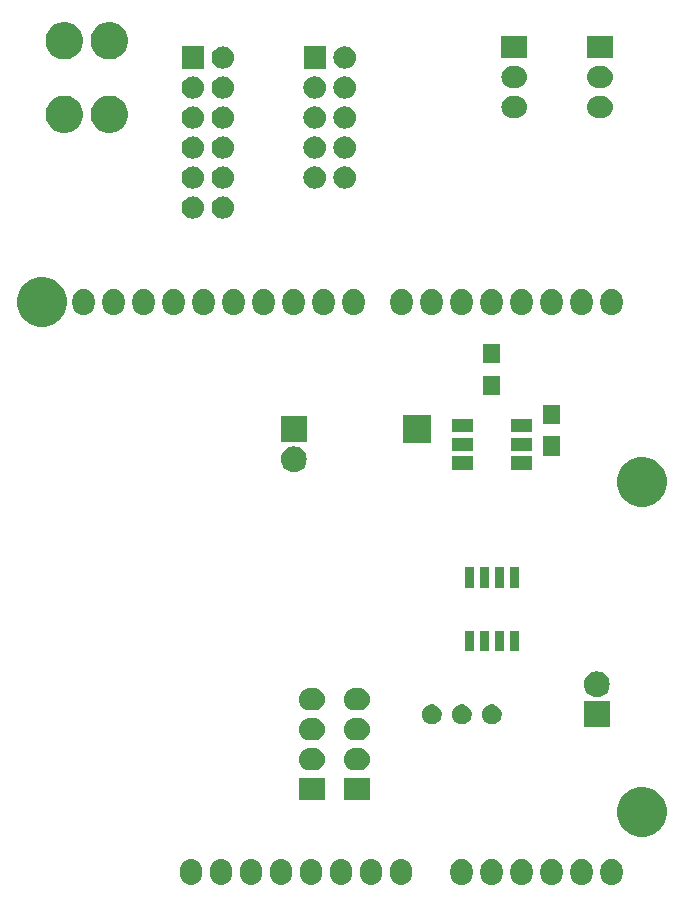
<source format=gts>
G04 #@! TF.GenerationSoftware,KiCad,Pcbnew,5.0.0-rc2*
G04 #@! TF.CreationDate,2018-11-29T01:26:55-05:00*
G04 #@! TF.ProjectId,uno,756E6F2E6B696361645F706362000000,v1.0*
G04 #@! TF.SameCoordinates,Original*
G04 #@! TF.FileFunction,Soldermask,Top*
G04 #@! TF.FilePolarity,Negative*
%FSLAX46Y46*%
G04 Gerber Fmt 4.6, Leading zero omitted, Abs format (unit mm)*
G04 Created by KiCad (PCBNEW 5.0.0-rc2) date Thu Nov 29 01:26:55 2018*
%MOMM*%
%LPD*%
G01*
G04 APERTURE LIST*
%ADD10C,0.100000*%
G04 APERTURE END LIST*
D10*
G36*
X48393427Y-107506397D02*
X48393429Y-107506398D01*
X48393432Y-107506398D01*
X48570585Y-107560137D01*
X48723310Y-107641771D01*
X48733852Y-107647405D01*
X48876953Y-107764846D01*
X48994394Y-107907947D01*
X48994395Y-107907949D01*
X49081662Y-108071214D01*
X49135401Y-108248367D01*
X49135401Y-108248368D01*
X49135402Y-108248372D01*
X49148999Y-108386427D01*
X49149000Y-108783573D01*
X49135403Y-108921627D01*
X49135402Y-108921629D01*
X49135402Y-108921632D01*
X49081663Y-109098785D01*
X49000029Y-109251510D01*
X48994395Y-109262052D01*
X48876954Y-109405153D01*
X48733853Y-109522594D01*
X48733851Y-109522595D01*
X48570586Y-109609862D01*
X48393433Y-109663601D01*
X48393430Y-109663601D01*
X48393428Y-109663602D01*
X48209200Y-109681748D01*
X48024973Y-109663603D01*
X48024971Y-109663602D01*
X48024968Y-109663602D01*
X47847815Y-109609863D01*
X47684550Y-109522596D01*
X47684548Y-109522595D01*
X47541447Y-109405154D01*
X47424006Y-109262053D01*
X47418371Y-109251511D01*
X47336738Y-109098786D01*
X47282999Y-108921633D01*
X47282999Y-108921630D01*
X47282998Y-108921628D01*
X47269401Y-108783573D01*
X47269400Y-108386427D01*
X47282997Y-108248373D01*
X47282998Y-108248371D01*
X47282998Y-108248368D01*
X47336737Y-108071215D01*
X47424004Y-107907950D01*
X47424005Y-107907948D01*
X47541446Y-107764847D01*
X47684547Y-107647406D01*
X47695089Y-107641772D01*
X47847814Y-107560138D01*
X48024967Y-107506399D01*
X48024970Y-107506399D01*
X48024972Y-107506398D01*
X48209200Y-107488252D01*
X48393427Y-107506397D01*
X48393427Y-107506397D01*
G37*
G36*
X50933427Y-107506397D02*
X50933429Y-107506398D01*
X50933432Y-107506398D01*
X51110585Y-107560137D01*
X51263310Y-107641771D01*
X51273852Y-107647405D01*
X51416953Y-107764846D01*
X51534394Y-107907947D01*
X51534395Y-107907949D01*
X51621662Y-108071214D01*
X51675401Y-108248367D01*
X51675401Y-108248368D01*
X51675402Y-108248372D01*
X51688999Y-108386427D01*
X51689000Y-108783573D01*
X51675403Y-108921627D01*
X51675402Y-108921629D01*
X51675402Y-108921632D01*
X51621663Y-109098785D01*
X51540029Y-109251510D01*
X51534395Y-109262052D01*
X51416954Y-109405153D01*
X51273853Y-109522594D01*
X51273851Y-109522595D01*
X51110586Y-109609862D01*
X50933433Y-109663601D01*
X50933430Y-109663601D01*
X50933428Y-109663602D01*
X50749200Y-109681748D01*
X50564973Y-109663603D01*
X50564971Y-109663602D01*
X50564968Y-109663602D01*
X50387815Y-109609863D01*
X50224550Y-109522596D01*
X50224548Y-109522595D01*
X50081447Y-109405154D01*
X49964006Y-109262053D01*
X49958371Y-109251511D01*
X49876738Y-109098786D01*
X49822999Y-108921633D01*
X49822999Y-108921630D01*
X49822998Y-108921628D01*
X49809401Y-108783573D01*
X49809400Y-108386427D01*
X49822997Y-108248373D01*
X49822998Y-108248371D01*
X49822998Y-108248368D01*
X49876737Y-108071215D01*
X49964004Y-107907950D01*
X49964005Y-107907948D01*
X50081446Y-107764847D01*
X50224547Y-107647406D01*
X50235089Y-107641772D01*
X50387814Y-107560138D01*
X50564967Y-107506399D01*
X50564970Y-107506399D01*
X50564972Y-107506398D01*
X50749200Y-107488252D01*
X50933427Y-107506397D01*
X50933427Y-107506397D01*
G37*
G36*
X66173427Y-107506397D02*
X66173429Y-107506398D01*
X66173432Y-107506398D01*
X66350585Y-107560137D01*
X66503310Y-107641771D01*
X66513852Y-107647405D01*
X66656953Y-107764846D01*
X66774394Y-107907947D01*
X66774395Y-107907949D01*
X66861662Y-108071214D01*
X66915401Y-108248367D01*
X66915401Y-108248368D01*
X66915402Y-108248372D01*
X66928999Y-108386427D01*
X66929000Y-108783573D01*
X66915403Y-108921627D01*
X66915402Y-108921629D01*
X66915402Y-108921632D01*
X66861663Y-109098785D01*
X66780029Y-109251510D01*
X66774395Y-109262052D01*
X66656954Y-109405153D01*
X66513853Y-109522594D01*
X66513851Y-109522595D01*
X66350586Y-109609862D01*
X66173433Y-109663601D01*
X66173430Y-109663601D01*
X66173428Y-109663602D01*
X65989200Y-109681748D01*
X65804973Y-109663603D01*
X65804971Y-109663602D01*
X65804968Y-109663602D01*
X65627815Y-109609863D01*
X65464550Y-109522596D01*
X65464548Y-109522595D01*
X65321447Y-109405154D01*
X65204006Y-109262053D01*
X65198371Y-109251511D01*
X65116738Y-109098786D01*
X65062999Y-108921633D01*
X65062999Y-108921630D01*
X65062998Y-108921628D01*
X65049401Y-108783573D01*
X65049400Y-108386427D01*
X65062997Y-108248373D01*
X65062998Y-108248371D01*
X65062998Y-108248368D01*
X65116737Y-108071215D01*
X65204004Y-107907950D01*
X65204005Y-107907948D01*
X65321446Y-107764847D01*
X65464547Y-107647406D01*
X65475089Y-107641772D01*
X65627814Y-107560138D01*
X65804967Y-107506399D01*
X65804970Y-107506399D01*
X65804972Y-107506398D01*
X65989200Y-107488252D01*
X66173427Y-107506397D01*
X66173427Y-107506397D01*
G37*
G36*
X53473427Y-107506397D02*
X53473429Y-107506398D01*
X53473432Y-107506398D01*
X53650585Y-107560137D01*
X53803310Y-107641771D01*
X53813852Y-107647405D01*
X53956953Y-107764846D01*
X54074394Y-107907947D01*
X54074395Y-107907949D01*
X54161662Y-108071214D01*
X54215401Y-108248367D01*
X54215401Y-108248368D01*
X54215402Y-108248372D01*
X54228999Y-108386427D01*
X54229000Y-108783573D01*
X54215403Y-108921627D01*
X54215402Y-108921629D01*
X54215402Y-108921632D01*
X54161663Y-109098785D01*
X54080029Y-109251510D01*
X54074395Y-109262052D01*
X53956954Y-109405153D01*
X53813853Y-109522594D01*
X53813851Y-109522595D01*
X53650586Y-109609862D01*
X53473433Y-109663601D01*
X53473430Y-109663601D01*
X53473428Y-109663602D01*
X53289200Y-109681748D01*
X53104973Y-109663603D01*
X53104971Y-109663602D01*
X53104968Y-109663602D01*
X52927815Y-109609863D01*
X52764550Y-109522596D01*
X52764548Y-109522595D01*
X52621447Y-109405154D01*
X52504006Y-109262053D01*
X52498371Y-109251511D01*
X52416738Y-109098786D01*
X52362999Y-108921633D01*
X52362999Y-108921630D01*
X52362998Y-108921628D01*
X52349401Y-108783573D01*
X52349400Y-108386427D01*
X52362997Y-108248373D01*
X52362998Y-108248371D01*
X52362998Y-108248368D01*
X52416737Y-108071215D01*
X52504004Y-107907950D01*
X52504005Y-107907948D01*
X52621446Y-107764847D01*
X52764547Y-107647406D01*
X52775089Y-107641772D01*
X52927814Y-107560138D01*
X53104967Y-107506399D01*
X53104970Y-107506399D01*
X53104972Y-107506398D01*
X53289200Y-107488252D01*
X53473427Y-107506397D01*
X53473427Y-107506397D01*
G37*
G36*
X56013427Y-107506397D02*
X56013429Y-107506398D01*
X56013432Y-107506398D01*
X56190585Y-107560137D01*
X56343310Y-107641771D01*
X56353852Y-107647405D01*
X56496953Y-107764846D01*
X56614394Y-107907947D01*
X56614395Y-107907949D01*
X56701662Y-108071214D01*
X56755401Y-108248367D01*
X56755401Y-108248368D01*
X56755402Y-108248372D01*
X56768999Y-108386427D01*
X56769000Y-108783573D01*
X56755403Y-108921627D01*
X56755402Y-108921629D01*
X56755402Y-108921632D01*
X56701663Y-109098785D01*
X56620029Y-109251510D01*
X56614395Y-109262052D01*
X56496954Y-109405153D01*
X56353853Y-109522594D01*
X56353851Y-109522595D01*
X56190586Y-109609862D01*
X56013433Y-109663601D01*
X56013430Y-109663601D01*
X56013428Y-109663602D01*
X55829200Y-109681748D01*
X55644973Y-109663603D01*
X55644971Y-109663602D01*
X55644968Y-109663602D01*
X55467815Y-109609863D01*
X55304550Y-109522596D01*
X55304548Y-109522595D01*
X55161447Y-109405154D01*
X55044006Y-109262053D01*
X55038371Y-109251511D01*
X54956738Y-109098786D01*
X54902999Y-108921633D01*
X54902999Y-108921630D01*
X54902998Y-108921628D01*
X54889401Y-108783573D01*
X54889400Y-108386427D01*
X54902997Y-108248373D01*
X54902998Y-108248371D01*
X54902998Y-108248368D01*
X54956737Y-108071215D01*
X55044004Y-107907950D01*
X55044005Y-107907948D01*
X55161446Y-107764847D01*
X55304547Y-107647406D01*
X55315089Y-107641772D01*
X55467814Y-107560138D01*
X55644967Y-107506399D01*
X55644970Y-107506399D01*
X55644972Y-107506398D01*
X55829200Y-107488252D01*
X56013427Y-107506397D01*
X56013427Y-107506397D01*
G37*
G36*
X58553427Y-107506397D02*
X58553429Y-107506398D01*
X58553432Y-107506398D01*
X58730585Y-107560137D01*
X58883310Y-107641771D01*
X58893852Y-107647405D01*
X59036953Y-107764846D01*
X59154394Y-107907947D01*
X59154395Y-107907949D01*
X59241662Y-108071214D01*
X59295401Y-108248367D01*
X59295401Y-108248368D01*
X59295402Y-108248372D01*
X59308999Y-108386427D01*
X59309000Y-108783573D01*
X59295403Y-108921627D01*
X59295402Y-108921629D01*
X59295402Y-108921632D01*
X59241663Y-109098785D01*
X59160029Y-109251510D01*
X59154395Y-109262052D01*
X59036954Y-109405153D01*
X58893853Y-109522594D01*
X58893851Y-109522595D01*
X58730586Y-109609862D01*
X58553433Y-109663601D01*
X58553430Y-109663601D01*
X58553428Y-109663602D01*
X58369200Y-109681748D01*
X58184973Y-109663603D01*
X58184971Y-109663602D01*
X58184968Y-109663602D01*
X58007815Y-109609863D01*
X57844550Y-109522596D01*
X57844548Y-109522595D01*
X57701447Y-109405154D01*
X57584006Y-109262053D01*
X57578371Y-109251511D01*
X57496738Y-109098786D01*
X57442999Y-108921633D01*
X57442999Y-108921630D01*
X57442998Y-108921628D01*
X57429401Y-108783573D01*
X57429400Y-108386427D01*
X57442997Y-108248373D01*
X57442998Y-108248371D01*
X57442998Y-108248368D01*
X57496737Y-108071215D01*
X57584004Y-107907950D01*
X57584005Y-107907948D01*
X57701446Y-107764847D01*
X57844547Y-107647406D01*
X57855089Y-107641772D01*
X58007814Y-107560138D01*
X58184967Y-107506399D01*
X58184970Y-107506399D01*
X58184972Y-107506398D01*
X58369200Y-107488252D01*
X58553427Y-107506397D01*
X58553427Y-107506397D01*
G37*
G36*
X61093427Y-107506397D02*
X61093429Y-107506398D01*
X61093432Y-107506398D01*
X61270585Y-107560137D01*
X61423310Y-107641771D01*
X61433852Y-107647405D01*
X61576953Y-107764846D01*
X61694394Y-107907947D01*
X61694395Y-107907949D01*
X61781662Y-108071214D01*
X61835401Y-108248367D01*
X61835401Y-108248368D01*
X61835402Y-108248372D01*
X61848999Y-108386427D01*
X61849000Y-108783573D01*
X61835403Y-108921627D01*
X61835402Y-108921629D01*
X61835402Y-108921632D01*
X61781663Y-109098785D01*
X61700029Y-109251510D01*
X61694395Y-109262052D01*
X61576954Y-109405153D01*
X61433853Y-109522594D01*
X61433851Y-109522595D01*
X61270586Y-109609862D01*
X61093433Y-109663601D01*
X61093430Y-109663601D01*
X61093428Y-109663602D01*
X60909200Y-109681748D01*
X60724973Y-109663603D01*
X60724971Y-109663602D01*
X60724968Y-109663602D01*
X60547815Y-109609863D01*
X60384550Y-109522596D01*
X60384548Y-109522595D01*
X60241447Y-109405154D01*
X60124006Y-109262053D01*
X60118371Y-109251511D01*
X60036738Y-109098786D01*
X59982999Y-108921633D01*
X59982999Y-108921630D01*
X59982998Y-108921628D01*
X59969401Y-108783573D01*
X59969400Y-108386427D01*
X59982997Y-108248373D01*
X59982998Y-108248371D01*
X59982998Y-108248368D01*
X60036737Y-108071215D01*
X60124004Y-107907950D01*
X60124005Y-107907948D01*
X60241446Y-107764847D01*
X60384547Y-107647406D01*
X60395089Y-107641772D01*
X60547814Y-107560138D01*
X60724967Y-107506399D01*
X60724970Y-107506399D01*
X60724972Y-107506398D01*
X60909200Y-107488252D01*
X61093427Y-107506397D01*
X61093427Y-107506397D01*
G37*
G36*
X63633427Y-107506397D02*
X63633429Y-107506398D01*
X63633432Y-107506398D01*
X63810585Y-107560137D01*
X63963310Y-107641771D01*
X63973852Y-107647405D01*
X64116953Y-107764846D01*
X64234394Y-107907947D01*
X64234395Y-107907949D01*
X64321662Y-108071214D01*
X64375401Y-108248367D01*
X64375401Y-108248368D01*
X64375402Y-108248372D01*
X64388999Y-108386427D01*
X64389000Y-108783573D01*
X64375403Y-108921627D01*
X64375402Y-108921629D01*
X64375402Y-108921632D01*
X64321663Y-109098785D01*
X64240029Y-109251510D01*
X64234395Y-109262052D01*
X64116954Y-109405153D01*
X63973853Y-109522594D01*
X63973851Y-109522595D01*
X63810586Y-109609862D01*
X63633433Y-109663601D01*
X63633430Y-109663601D01*
X63633428Y-109663602D01*
X63449200Y-109681748D01*
X63264973Y-109663603D01*
X63264971Y-109663602D01*
X63264968Y-109663602D01*
X63087815Y-109609863D01*
X62924550Y-109522596D01*
X62924548Y-109522595D01*
X62781447Y-109405154D01*
X62664006Y-109262053D01*
X62658371Y-109251511D01*
X62576738Y-109098786D01*
X62522999Y-108921633D01*
X62522999Y-108921630D01*
X62522998Y-108921628D01*
X62509401Y-108783573D01*
X62509400Y-108386427D01*
X62522997Y-108248373D01*
X62522998Y-108248371D01*
X62522998Y-108248368D01*
X62576737Y-108071215D01*
X62664004Y-107907950D01*
X62664005Y-107907948D01*
X62781446Y-107764847D01*
X62924547Y-107647406D01*
X62935089Y-107641772D01*
X63087814Y-107560138D01*
X63264967Y-107506399D01*
X63264970Y-107506399D01*
X63264972Y-107506398D01*
X63449200Y-107488252D01*
X63633427Y-107506397D01*
X63633427Y-107506397D01*
G37*
G36*
X73818827Y-107506397D02*
X73818829Y-107506398D01*
X73818832Y-107506398D01*
X73995985Y-107560137D01*
X74148710Y-107641771D01*
X74159252Y-107647405D01*
X74302353Y-107764846D01*
X74419794Y-107907947D01*
X74419795Y-107907949D01*
X74507062Y-108071214D01*
X74560801Y-108248367D01*
X74560801Y-108248368D01*
X74560802Y-108248372D01*
X74574399Y-108386427D01*
X74574400Y-108783573D01*
X74560803Y-108921627D01*
X74560802Y-108921629D01*
X74560802Y-108921632D01*
X74507063Y-109098785D01*
X74425429Y-109251510D01*
X74419795Y-109262052D01*
X74302354Y-109405153D01*
X74159253Y-109522594D01*
X74159251Y-109522595D01*
X73995986Y-109609862D01*
X73818833Y-109663601D01*
X73818830Y-109663601D01*
X73818828Y-109663602D01*
X73634600Y-109681748D01*
X73450373Y-109663603D01*
X73450371Y-109663602D01*
X73450368Y-109663602D01*
X73273215Y-109609863D01*
X73109950Y-109522596D01*
X73109948Y-109522595D01*
X72966847Y-109405154D01*
X72849406Y-109262053D01*
X72843771Y-109251511D01*
X72762138Y-109098786D01*
X72708399Y-108921633D01*
X72708399Y-108921630D01*
X72708398Y-108921628D01*
X72694801Y-108783573D01*
X72694800Y-108386427D01*
X72708397Y-108248373D01*
X72708398Y-108248371D01*
X72708398Y-108248368D01*
X72762137Y-108071215D01*
X72849404Y-107907950D01*
X72849405Y-107907948D01*
X72966846Y-107764847D01*
X73109947Y-107647406D01*
X73120489Y-107641771D01*
X73273214Y-107560138D01*
X73450367Y-107506399D01*
X73450370Y-107506399D01*
X73450372Y-107506398D01*
X73634600Y-107488252D01*
X73818827Y-107506397D01*
X73818827Y-107506397D01*
G37*
G36*
X71278827Y-107506397D02*
X71278829Y-107506398D01*
X71278832Y-107506398D01*
X71455985Y-107560137D01*
X71608710Y-107641771D01*
X71619252Y-107647405D01*
X71762353Y-107764846D01*
X71879794Y-107907947D01*
X71879795Y-107907949D01*
X71967062Y-108071214D01*
X72020801Y-108248367D01*
X72020801Y-108248368D01*
X72020802Y-108248372D01*
X72034399Y-108386427D01*
X72034400Y-108783573D01*
X72020803Y-108921627D01*
X72020802Y-108921629D01*
X72020802Y-108921632D01*
X71967063Y-109098785D01*
X71885429Y-109251510D01*
X71879795Y-109262052D01*
X71762354Y-109405153D01*
X71619253Y-109522594D01*
X71619251Y-109522595D01*
X71455986Y-109609862D01*
X71278833Y-109663601D01*
X71278830Y-109663601D01*
X71278828Y-109663602D01*
X71094600Y-109681748D01*
X70910373Y-109663603D01*
X70910371Y-109663602D01*
X70910368Y-109663602D01*
X70733215Y-109609863D01*
X70569950Y-109522596D01*
X70569948Y-109522595D01*
X70426847Y-109405154D01*
X70309406Y-109262053D01*
X70303771Y-109251511D01*
X70222138Y-109098786D01*
X70168399Y-108921633D01*
X70168399Y-108921630D01*
X70168398Y-108921628D01*
X70154801Y-108783573D01*
X70154800Y-108386427D01*
X70168397Y-108248373D01*
X70168398Y-108248371D01*
X70168398Y-108248368D01*
X70222137Y-108071215D01*
X70309404Y-107907950D01*
X70309405Y-107907948D01*
X70426846Y-107764847D01*
X70569947Y-107647406D01*
X70580489Y-107641771D01*
X70733214Y-107560138D01*
X70910367Y-107506399D01*
X70910370Y-107506399D01*
X70910372Y-107506398D01*
X71094600Y-107488252D01*
X71278827Y-107506397D01*
X71278827Y-107506397D01*
G37*
G36*
X83978827Y-107506397D02*
X83978829Y-107506398D01*
X83978832Y-107506398D01*
X84155985Y-107560137D01*
X84308710Y-107641771D01*
X84319252Y-107647405D01*
X84462353Y-107764846D01*
X84579794Y-107907947D01*
X84579795Y-107907949D01*
X84667062Y-108071214D01*
X84720801Y-108248367D01*
X84720801Y-108248368D01*
X84720802Y-108248372D01*
X84734399Y-108386427D01*
X84734400Y-108783573D01*
X84720803Y-108921627D01*
X84720802Y-108921629D01*
X84720802Y-108921632D01*
X84667063Y-109098785D01*
X84585429Y-109251510D01*
X84579795Y-109262052D01*
X84462354Y-109405153D01*
X84319253Y-109522594D01*
X84319251Y-109522595D01*
X84155986Y-109609862D01*
X83978833Y-109663601D01*
X83978830Y-109663601D01*
X83978828Y-109663602D01*
X83794600Y-109681748D01*
X83610373Y-109663603D01*
X83610371Y-109663602D01*
X83610368Y-109663602D01*
X83433215Y-109609863D01*
X83269950Y-109522596D01*
X83269948Y-109522595D01*
X83126847Y-109405154D01*
X83009406Y-109262053D01*
X83003771Y-109251511D01*
X82922138Y-109098786D01*
X82868399Y-108921633D01*
X82868399Y-108921630D01*
X82868398Y-108921628D01*
X82854801Y-108783573D01*
X82854800Y-108386427D01*
X82868397Y-108248373D01*
X82868398Y-108248371D01*
X82868398Y-108248368D01*
X82922137Y-108071215D01*
X83009404Y-107907950D01*
X83009405Y-107907948D01*
X83126846Y-107764847D01*
X83269947Y-107647406D01*
X83280489Y-107641771D01*
X83433214Y-107560138D01*
X83610367Y-107506399D01*
X83610370Y-107506399D01*
X83610372Y-107506398D01*
X83794600Y-107488252D01*
X83978827Y-107506397D01*
X83978827Y-107506397D01*
G37*
G36*
X81438827Y-107506397D02*
X81438829Y-107506398D01*
X81438832Y-107506398D01*
X81615985Y-107560137D01*
X81768710Y-107641771D01*
X81779252Y-107647405D01*
X81922353Y-107764846D01*
X82039794Y-107907947D01*
X82039795Y-107907949D01*
X82127062Y-108071214D01*
X82180801Y-108248367D01*
X82180801Y-108248368D01*
X82180802Y-108248372D01*
X82194399Y-108386427D01*
X82194400Y-108783573D01*
X82180803Y-108921627D01*
X82180802Y-108921629D01*
X82180802Y-108921632D01*
X82127063Y-109098785D01*
X82045429Y-109251510D01*
X82039795Y-109262052D01*
X81922354Y-109405153D01*
X81779253Y-109522594D01*
X81779251Y-109522595D01*
X81615986Y-109609862D01*
X81438833Y-109663601D01*
X81438830Y-109663601D01*
X81438828Y-109663602D01*
X81254600Y-109681748D01*
X81070373Y-109663603D01*
X81070371Y-109663602D01*
X81070368Y-109663602D01*
X80893215Y-109609863D01*
X80729950Y-109522596D01*
X80729948Y-109522595D01*
X80586847Y-109405154D01*
X80469406Y-109262053D01*
X80463771Y-109251511D01*
X80382138Y-109098786D01*
X80328399Y-108921633D01*
X80328399Y-108921630D01*
X80328398Y-108921628D01*
X80314801Y-108783573D01*
X80314800Y-108386427D01*
X80328397Y-108248373D01*
X80328398Y-108248371D01*
X80328398Y-108248368D01*
X80382137Y-108071215D01*
X80469404Y-107907950D01*
X80469405Y-107907948D01*
X80586846Y-107764847D01*
X80729947Y-107647406D01*
X80740489Y-107641771D01*
X80893214Y-107560138D01*
X81070367Y-107506399D01*
X81070370Y-107506399D01*
X81070372Y-107506398D01*
X81254600Y-107488252D01*
X81438827Y-107506397D01*
X81438827Y-107506397D01*
G37*
G36*
X76358827Y-107506397D02*
X76358829Y-107506398D01*
X76358832Y-107506398D01*
X76535985Y-107560137D01*
X76688710Y-107641771D01*
X76699252Y-107647405D01*
X76842353Y-107764846D01*
X76959794Y-107907947D01*
X76959795Y-107907949D01*
X77047062Y-108071214D01*
X77100801Y-108248367D01*
X77100801Y-108248368D01*
X77100802Y-108248372D01*
X77114399Y-108386427D01*
X77114400Y-108783573D01*
X77100803Y-108921627D01*
X77100802Y-108921629D01*
X77100802Y-108921632D01*
X77047063Y-109098785D01*
X76965429Y-109251510D01*
X76959795Y-109262052D01*
X76842354Y-109405153D01*
X76699253Y-109522594D01*
X76699251Y-109522595D01*
X76535986Y-109609862D01*
X76358833Y-109663601D01*
X76358830Y-109663601D01*
X76358828Y-109663602D01*
X76174600Y-109681748D01*
X75990373Y-109663603D01*
X75990371Y-109663602D01*
X75990368Y-109663602D01*
X75813215Y-109609863D01*
X75649950Y-109522596D01*
X75649948Y-109522595D01*
X75506847Y-109405154D01*
X75389406Y-109262053D01*
X75383771Y-109251511D01*
X75302138Y-109098786D01*
X75248399Y-108921633D01*
X75248399Y-108921630D01*
X75248398Y-108921628D01*
X75234801Y-108783573D01*
X75234800Y-108386427D01*
X75248397Y-108248373D01*
X75248398Y-108248371D01*
X75248398Y-108248368D01*
X75302137Y-108071215D01*
X75389404Y-107907950D01*
X75389405Y-107907948D01*
X75506846Y-107764847D01*
X75649947Y-107647406D01*
X75660489Y-107641771D01*
X75813214Y-107560138D01*
X75990367Y-107506399D01*
X75990370Y-107506399D01*
X75990372Y-107506398D01*
X76174600Y-107488252D01*
X76358827Y-107506397D01*
X76358827Y-107506397D01*
G37*
G36*
X78898827Y-107506397D02*
X78898829Y-107506398D01*
X78898832Y-107506398D01*
X79075985Y-107560137D01*
X79228710Y-107641771D01*
X79239252Y-107647405D01*
X79382353Y-107764846D01*
X79499794Y-107907947D01*
X79499795Y-107907949D01*
X79587062Y-108071214D01*
X79640801Y-108248367D01*
X79640801Y-108248368D01*
X79640802Y-108248372D01*
X79654399Y-108386427D01*
X79654400Y-108783573D01*
X79640803Y-108921627D01*
X79640802Y-108921629D01*
X79640802Y-108921632D01*
X79587063Y-109098785D01*
X79505429Y-109251510D01*
X79499795Y-109262052D01*
X79382354Y-109405153D01*
X79239253Y-109522594D01*
X79239251Y-109522595D01*
X79075986Y-109609862D01*
X78898833Y-109663601D01*
X78898830Y-109663601D01*
X78898828Y-109663602D01*
X78714600Y-109681748D01*
X78530373Y-109663603D01*
X78530371Y-109663602D01*
X78530368Y-109663602D01*
X78353215Y-109609863D01*
X78189950Y-109522596D01*
X78189948Y-109522595D01*
X78046847Y-109405154D01*
X77929406Y-109262053D01*
X77923771Y-109251511D01*
X77842138Y-109098786D01*
X77788399Y-108921633D01*
X77788399Y-108921630D01*
X77788398Y-108921628D01*
X77774801Y-108783573D01*
X77774800Y-108386427D01*
X77788397Y-108248373D01*
X77788398Y-108248371D01*
X77788398Y-108248368D01*
X77842137Y-108071215D01*
X77929404Y-107907950D01*
X77929405Y-107907948D01*
X78046846Y-107764847D01*
X78189947Y-107647406D01*
X78200489Y-107641771D01*
X78353214Y-107560138D01*
X78530367Y-107506399D01*
X78530370Y-107506399D01*
X78530372Y-107506398D01*
X78714600Y-107488252D01*
X78898827Y-107506397D01*
X78898827Y-107506397D01*
G37*
G36*
X86974939Y-101477817D02*
X87358607Y-101636737D01*
X87703899Y-101867454D01*
X87997546Y-102161101D01*
X88228263Y-102506393D01*
X88387183Y-102890061D01*
X88468200Y-103297360D01*
X88468200Y-103712640D01*
X88387183Y-104119939D01*
X88228263Y-104503607D01*
X87997546Y-104848899D01*
X87703899Y-105142546D01*
X87358607Y-105373263D01*
X86974939Y-105532183D01*
X86567640Y-105613200D01*
X86152360Y-105613200D01*
X85745061Y-105532183D01*
X85361393Y-105373263D01*
X85016101Y-105142546D01*
X84722454Y-104848899D01*
X84491737Y-104503607D01*
X84332817Y-104119939D01*
X84251800Y-103712640D01*
X84251800Y-103297360D01*
X84332817Y-102890061D01*
X84491737Y-102506393D01*
X84722454Y-102161101D01*
X85016101Y-101867454D01*
X85361393Y-101636737D01*
X85745061Y-101477817D01*
X86152360Y-101396800D01*
X86567640Y-101396800D01*
X86974939Y-101477817D01*
X86974939Y-101477817D01*
G37*
G36*
X63322200Y-102539800D02*
X61137800Y-102539800D01*
X61137800Y-100660200D01*
X63322200Y-100660200D01*
X63322200Y-102539800D01*
X63322200Y-102539800D01*
G37*
G36*
X59512200Y-102539800D02*
X57327800Y-102539800D01*
X57327800Y-100660200D01*
X59512200Y-100660200D01*
X59512200Y-102539800D01*
X59512200Y-102539800D01*
G37*
G36*
X58756628Y-98133797D02*
X58756630Y-98133798D01*
X58756633Y-98133798D01*
X58933786Y-98187537D01*
X59086511Y-98269170D01*
X59097053Y-98274805D01*
X59240154Y-98392246D01*
X59357595Y-98535347D01*
X59357596Y-98535349D01*
X59444863Y-98698614D01*
X59498602Y-98875767D01*
X59498602Y-98875770D01*
X59498603Y-98875772D01*
X59516748Y-99060000D01*
X59498603Y-99244228D01*
X59498602Y-99244230D01*
X59498602Y-99244233D01*
X59444863Y-99421386D01*
X59363230Y-99574111D01*
X59357595Y-99584653D01*
X59240154Y-99727754D01*
X59097053Y-99845195D01*
X59097051Y-99845196D01*
X58933786Y-99932463D01*
X58756633Y-99986202D01*
X58756630Y-99986202D01*
X58756628Y-99986203D01*
X58618574Y-99999800D01*
X58221426Y-99999800D01*
X58083372Y-99986203D01*
X58083370Y-99986202D01*
X58083367Y-99986202D01*
X57906214Y-99932463D01*
X57742949Y-99845196D01*
X57742947Y-99845195D01*
X57599846Y-99727754D01*
X57482405Y-99584653D01*
X57476770Y-99574111D01*
X57395137Y-99421386D01*
X57341398Y-99244233D01*
X57341398Y-99244230D01*
X57341397Y-99244228D01*
X57323252Y-99060000D01*
X57341397Y-98875772D01*
X57341398Y-98875770D01*
X57341398Y-98875767D01*
X57395137Y-98698614D01*
X57482404Y-98535349D01*
X57482405Y-98535347D01*
X57599846Y-98392246D01*
X57742947Y-98274805D01*
X57753489Y-98269170D01*
X57906214Y-98187537D01*
X58083367Y-98133798D01*
X58083370Y-98133798D01*
X58083372Y-98133797D01*
X58221426Y-98120200D01*
X58618574Y-98120200D01*
X58756628Y-98133797D01*
X58756628Y-98133797D01*
G37*
G36*
X62566628Y-98133797D02*
X62566630Y-98133798D01*
X62566633Y-98133798D01*
X62743786Y-98187537D01*
X62896511Y-98269170D01*
X62907053Y-98274805D01*
X63050154Y-98392246D01*
X63167595Y-98535347D01*
X63167596Y-98535349D01*
X63254863Y-98698614D01*
X63308602Y-98875767D01*
X63308602Y-98875770D01*
X63308603Y-98875772D01*
X63326748Y-99060000D01*
X63308603Y-99244228D01*
X63308602Y-99244230D01*
X63308602Y-99244233D01*
X63254863Y-99421386D01*
X63173230Y-99574111D01*
X63167595Y-99584653D01*
X63050154Y-99727754D01*
X62907053Y-99845195D01*
X62907051Y-99845196D01*
X62743786Y-99932463D01*
X62566633Y-99986202D01*
X62566630Y-99986202D01*
X62566628Y-99986203D01*
X62428574Y-99999800D01*
X62031426Y-99999800D01*
X61893372Y-99986203D01*
X61893370Y-99986202D01*
X61893367Y-99986202D01*
X61716214Y-99932463D01*
X61552949Y-99845196D01*
X61552947Y-99845195D01*
X61409846Y-99727754D01*
X61292405Y-99584653D01*
X61286770Y-99574111D01*
X61205137Y-99421386D01*
X61151398Y-99244233D01*
X61151398Y-99244230D01*
X61151397Y-99244228D01*
X61133252Y-99060000D01*
X61151397Y-98875772D01*
X61151398Y-98875770D01*
X61151398Y-98875767D01*
X61205137Y-98698614D01*
X61292404Y-98535349D01*
X61292405Y-98535347D01*
X61409846Y-98392246D01*
X61552947Y-98274805D01*
X61563489Y-98269170D01*
X61716214Y-98187537D01*
X61893367Y-98133798D01*
X61893370Y-98133798D01*
X61893372Y-98133797D01*
X62031426Y-98120200D01*
X62428574Y-98120200D01*
X62566628Y-98133797D01*
X62566628Y-98133797D01*
G37*
G36*
X58756628Y-95593797D02*
X58756630Y-95593798D01*
X58756633Y-95593798D01*
X58933786Y-95647537D01*
X59086511Y-95729170D01*
X59097053Y-95734805D01*
X59240154Y-95852246D01*
X59357595Y-95995347D01*
X59357596Y-95995349D01*
X59444863Y-96158614D01*
X59498602Y-96335767D01*
X59498602Y-96335770D01*
X59498603Y-96335772D01*
X59516748Y-96520000D01*
X59498603Y-96704228D01*
X59498602Y-96704230D01*
X59498602Y-96704233D01*
X59444863Y-96881386D01*
X59363230Y-97034111D01*
X59357595Y-97044653D01*
X59240154Y-97187754D01*
X59097053Y-97305195D01*
X59097051Y-97305196D01*
X58933786Y-97392463D01*
X58756633Y-97446202D01*
X58756630Y-97446202D01*
X58756628Y-97446203D01*
X58618574Y-97459800D01*
X58221426Y-97459800D01*
X58083372Y-97446203D01*
X58083370Y-97446202D01*
X58083367Y-97446202D01*
X57906214Y-97392463D01*
X57742949Y-97305196D01*
X57742947Y-97305195D01*
X57599846Y-97187754D01*
X57482405Y-97044653D01*
X57476770Y-97034111D01*
X57395137Y-96881386D01*
X57341398Y-96704233D01*
X57341398Y-96704230D01*
X57341397Y-96704228D01*
X57323252Y-96520000D01*
X57341397Y-96335772D01*
X57341398Y-96335770D01*
X57341398Y-96335767D01*
X57395137Y-96158614D01*
X57482404Y-95995349D01*
X57482405Y-95995347D01*
X57599846Y-95852246D01*
X57742947Y-95734805D01*
X57753489Y-95729170D01*
X57906214Y-95647537D01*
X58083367Y-95593798D01*
X58083370Y-95593798D01*
X58083372Y-95593797D01*
X58221426Y-95580200D01*
X58618574Y-95580200D01*
X58756628Y-95593797D01*
X58756628Y-95593797D01*
G37*
G36*
X62566628Y-95593797D02*
X62566630Y-95593798D01*
X62566633Y-95593798D01*
X62743786Y-95647537D01*
X62896511Y-95729170D01*
X62907053Y-95734805D01*
X63050154Y-95852246D01*
X63167595Y-95995347D01*
X63167596Y-95995349D01*
X63254863Y-96158614D01*
X63308602Y-96335767D01*
X63308602Y-96335770D01*
X63308603Y-96335772D01*
X63326748Y-96520000D01*
X63308603Y-96704228D01*
X63308602Y-96704230D01*
X63308602Y-96704233D01*
X63254863Y-96881386D01*
X63173230Y-97034111D01*
X63167595Y-97044653D01*
X63050154Y-97187754D01*
X62907053Y-97305195D01*
X62907051Y-97305196D01*
X62743786Y-97392463D01*
X62566633Y-97446202D01*
X62566630Y-97446202D01*
X62566628Y-97446203D01*
X62428574Y-97459800D01*
X62031426Y-97459800D01*
X61893372Y-97446203D01*
X61893370Y-97446202D01*
X61893367Y-97446202D01*
X61716214Y-97392463D01*
X61552949Y-97305196D01*
X61552947Y-97305195D01*
X61409846Y-97187754D01*
X61292405Y-97044653D01*
X61286770Y-97034111D01*
X61205137Y-96881386D01*
X61151398Y-96704233D01*
X61151398Y-96704230D01*
X61151397Y-96704228D01*
X61133252Y-96520000D01*
X61151397Y-96335772D01*
X61151398Y-96335770D01*
X61151398Y-96335767D01*
X61205137Y-96158614D01*
X61292404Y-95995349D01*
X61292405Y-95995347D01*
X61409846Y-95852246D01*
X61552947Y-95734805D01*
X61563489Y-95729170D01*
X61716214Y-95647537D01*
X61893367Y-95593798D01*
X61893370Y-95593798D01*
X61893372Y-95593797D01*
X62031426Y-95580200D01*
X62428574Y-95580200D01*
X62566628Y-95593797D01*
X62566628Y-95593797D01*
G37*
G36*
X83642200Y-96342200D02*
X81457800Y-96342200D01*
X81457800Y-94157800D01*
X83642200Y-94157800D01*
X83642200Y-96342200D01*
X83642200Y-96342200D01*
G37*
G36*
X71364494Y-94444011D02*
X71517037Y-94507197D01*
X71654322Y-94598927D01*
X71771073Y-94715678D01*
X71862803Y-94852963D01*
X71925989Y-95005506D01*
X71958200Y-95167444D01*
X71958200Y-95332556D01*
X71925989Y-95494494D01*
X71862803Y-95647037D01*
X71771073Y-95784322D01*
X71654322Y-95901073D01*
X71517037Y-95992803D01*
X71364494Y-96055989D01*
X71202556Y-96088200D01*
X71037444Y-96088200D01*
X70875506Y-96055989D01*
X70722963Y-95992803D01*
X70585678Y-95901073D01*
X70468927Y-95784322D01*
X70377197Y-95647037D01*
X70314011Y-95494494D01*
X70281800Y-95332556D01*
X70281800Y-95167444D01*
X70314011Y-95005506D01*
X70377197Y-94852963D01*
X70468927Y-94715678D01*
X70585678Y-94598927D01*
X70722963Y-94507197D01*
X70875506Y-94444011D01*
X71037444Y-94411800D01*
X71202556Y-94411800D01*
X71364494Y-94444011D01*
X71364494Y-94444011D01*
G37*
G36*
X73904494Y-94444011D02*
X74057037Y-94507197D01*
X74194322Y-94598927D01*
X74311073Y-94715678D01*
X74402803Y-94852963D01*
X74465989Y-95005506D01*
X74498200Y-95167444D01*
X74498200Y-95332556D01*
X74465989Y-95494494D01*
X74402803Y-95647037D01*
X74311073Y-95784322D01*
X74194322Y-95901073D01*
X74057037Y-95992803D01*
X73904494Y-96055989D01*
X73742556Y-96088200D01*
X73577444Y-96088200D01*
X73415506Y-96055989D01*
X73262963Y-95992803D01*
X73125678Y-95901073D01*
X73008927Y-95784322D01*
X72917197Y-95647037D01*
X72854011Y-95494494D01*
X72821800Y-95332556D01*
X72821800Y-95167444D01*
X72854011Y-95005506D01*
X72917197Y-94852963D01*
X73008927Y-94715678D01*
X73125678Y-94598927D01*
X73262963Y-94507197D01*
X73415506Y-94444011D01*
X73577444Y-94411800D01*
X73742556Y-94411800D01*
X73904494Y-94444011D01*
X73904494Y-94444011D01*
G37*
G36*
X68824494Y-94444011D02*
X68977037Y-94507197D01*
X69114322Y-94598927D01*
X69231073Y-94715678D01*
X69322803Y-94852963D01*
X69385989Y-95005506D01*
X69418200Y-95167444D01*
X69418200Y-95332556D01*
X69385989Y-95494494D01*
X69322803Y-95647037D01*
X69231073Y-95784322D01*
X69114322Y-95901073D01*
X68977037Y-95992803D01*
X68824494Y-96055989D01*
X68662556Y-96088200D01*
X68497444Y-96088200D01*
X68335506Y-96055989D01*
X68182963Y-95992803D01*
X68045678Y-95901073D01*
X67928927Y-95784322D01*
X67837197Y-95647037D01*
X67774011Y-95494494D01*
X67741800Y-95332556D01*
X67741800Y-95167444D01*
X67774011Y-95005506D01*
X67837197Y-94852963D01*
X67928927Y-94715678D01*
X68045678Y-94598927D01*
X68182963Y-94507197D01*
X68335506Y-94444011D01*
X68497444Y-94411800D01*
X68662556Y-94411800D01*
X68824494Y-94444011D01*
X68824494Y-94444011D01*
G37*
G36*
X58756628Y-93053797D02*
X58756630Y-93053798D01*
X58756633Y-93053798D01*
X58933786Y-93107537D01*
X59086511Y-93189170D01*
X59097053Y-93194805D01*
X59240154Y-93312246D01*
X59357595Y-93455347D01*
X59357596Y-93455349D01*
X59444863Y-93618614D01*
X59498602Y-93795767D01*
X59498602Y-93795770D01*
X59498603Y-93795772D01*
X59516748Y-93980000D01*
X59498603Y-94164228D01*
X59498602Y-94164230D01*
X59498602Y-94164233D01*
X59444863Y-94341386D01*
X59390008Y-94444012D01*
X59357595Y-94504653D01*
X59240154Y-94647754D01*
X59097053Y-94765195D01*
X59097051Y-94765196D01*
X58933786Y-94852463D01*
X58756633Y-94906202D01*
X58756630Y-94906202D01*
X58756628Y-94906203D01*
X58618574Y-94919800D01*
X58221426Y-94919800D01*
X58083372Y-94906203D01*
X58083370Y-94906202D01*
X58083367Y-94906202D01*
X57906214Y-94852463D01*
X57742949Y-94765196D01*
X57742947Y-94765195D01*
X57599846Y-94647754D01*
X57482405Y-94504653D01*
X57449992Y-94444012D01*
X57395137Y-94341386D01*
X57341398Y-94164233D01*
X57341398Y-94164230D01*
X57341397Y-94164228D01*
X57323252Y-93980000D01*
X57341397Y-93795772D01*
X57341398Y-93795770D01*
X57341398Y-93795767D01*
X57395137Y-93618614D01*
X57482404Y-93455349D01*
X57482405Y-93455347D01*
X57599846Y-93312246D01*
X57742947Y-93194805D01*
X57753489Y-93189170D01*
X57906214Y-93107537D01*
X58083367Y-93053798D01*
X58083370Y-93053798D01*
X58083372Y-93053797D01*
X58221426Y-93040200D01*
X58618574Y-93040200D01*
X58756628Y-93053797D01*
X58756628Y-93053797D01*
G37*
G36*
X62566628Y-93053797D02*
X62566630Y-93053798D01*
X62566633Y-93053798D01*
X62743786Y-93107537D01*
X62896511Y-93189170D01*
X62907053Y-93194805D01*
X63050154Y-93312246D01*
X63167595Y-93455347D01*
X63167596Y-93455349D01*
X63254863Y-93618614D01*
X63308602Y-93795767D01*
X63308602Y-93795770D01*
X63308603Y-93795772D01*
X63326748Y-93980000D01*
X63308603Y-94164228D01*
X63308602Y-94164230D01*
X63308602Y-94164233D01*
X63254863Y-94341386D01*
X63200008Y-94444012D01*
X63167595Y-94504653D01*
X63050154Y-94647754D01*
X62907053Y-94765195D01*
X62907051Y-94765196D01*
X62743786Y-94852463D01*
X62566633Y-94906202D01*
X62566630Y-94906202D01*
X62566628Y-94906203D01*
X62428574Y-94919800D01*
X62031426Y-94919800D01*
X61893372Y-94906203D01*
X61893370Y-94906202D01*
X61893367Y-94906202D01*
X61716214Y-94852463D01*
X61552949Y-94765196D01*
X61552947Y-94765195D01*
X61409846Y-94647754D01*
X61292405Y-94504653D01*
X61259992Y-94444012D01*
X61205137Y-94341386D01*
X61151398Y-94164233D01*
X61151398Y-94164230D01*
X61151397Y-94164228D01*
X61133252Y-93980000D01*
X61151397Y-93795772D01*
X61151398Y-93795770D01*
X61151398Y-93795767D01*
X61205137Y-93618614D01*
X61292404Y-93455349D01*
X61292405Y-93455347D01*
X61409846Y-93312246D01*
X61552947Y-93194805D01*
X61563489Y-93189170D01*
X61716214Y-93107537D01*
X61893367Y-93053798D01*
X61893370Y-93053798D01*
X61893372Y-93053797D01*
X62031426Y-93040200D01*
X62428574Y-93040200D01*
X62566628Y-93053797D01*
X62566628Y-93053797D01*
G37*
G36*
X82764105Y-91633603D02*
X82764108Y-91633604D01*
X82764109Y-91633604D01*
X82969989Y-91696057D01*
X83138032Y-91785878D01*
X83159731Y-91797476D01*
X83326038Y-91933962D01*
X83462524Y-92100269D01*
X83462525Y-92100271D01*
X83563943Y-92290011D01*
X83563943Y-92290012D01*
X83626397Y-92495895D01*
X83647485Y-92710000D01*
X83626397Y-92924105D01*
X83626396Y-92924108D01*
X83626396Y-92924109D01*
X83563943Y-93129989D01*
X83529298Y-93194805D01*
X83462524Y-93319731D01*
X83326038Y-93486038D01*
X83159731Y-93622524D01*
X83159729Y-93622525D01*
X82969989Y-93723943D01*
X82764109Y-93786396D01*
X82764108Y-93786396D01*
X82764105Y-93786397D01*
X82603654Y-93802200D01*
X82496346Y-93802200D01*
X82335895Y-93786397D01*
X82335892Y-93786396D01*
X82335891Y-93786396D01*
X82130011Y-93723943D01*
X81940271Y-93622525D01*
X81940269Y-93622524D01*
X81773962Y-93486038D01*
X81637476Y-93319731D01*
X81570702Y-93194805D01*
X81536057Y-93129989D01*
X81473604Y-92924109D01*
X81473604Y-92924108D01*
X81473603Y-92924105D01*
X81452515Y-92710000D01*
X81473603Y-92495895D01*
X81536057Y-92290012D01*
X81536057Y-92290011D01*
X81637475Y-92100271D01*
X81637476Y-92100269D01*
X81773962Y-91933962D01*
X81940269Y-91797476D01*
X81961968Y-91785878D01*
X82130011Y-91696057D01*
X82335891Y-91633604D01*
X82335892Y-91633604D01*
X82335895Y-91633603D01*
X82496346Y-91617800D01*
X82603654Y-91617800D01*
X82764105Y-91633603D01*
X82764105Y-91633603D01*
G37*
G36*
X75941200Y-89911200D02*
X75188800Y-89911200D01*
X75188800Y-88208800D01*
X75941200Y-88208800D01*
X75941200Y-89911200D01*
X75941200Y-89911200D01*
G37*
G36*
X74671200Y-89911200D02*
X73918800Y-89911200D01*
X73918800Y-88208800D01*
X74671200Y-88208800D01*
X74671200Y-89911200D01*
X74671200Y-89911200D01*
G37*
G36*
X73401200Y-89911200D02*
X72648800Y-89911200D01*
X72648800Y-88208800D01*
X73401200Y-88208800D01*
X73401200Y-89911200D01*
X73401200Y-89911200D01*
G37*
G36*
X72131200Y-89911200D02*
X71378800Y-89911200D01*
X71378800Y-88208800D01*
X72131200Y-88208800D01*
X72131200Y-89911200D01*
X72131200Y-89911200D01*
G37*
G36*
X74671200Y-84511200D02*
X73918800Y-84511200D01*
X73918800Y-82808800D01*
X74671200Y-82808800D01*
X74671200Y-84511200D01*
X74671200Y-84511200D01*
G37*
G36*
X73401200Y-84511200D02*
X72648800Y-84511200D01*
X72648800Y-82808800D01*
X73401200Y-82808800D01*
X73401200Y-84511200D01*
X73401200Y-84511200D01*
G37*
G36*
X72131200Y-84511200D02*
X71378800Y-84511200D01*
X71378800Y-82808800D01*
X72131200Y-82808800D01*
X72131200Y-84511200D01*
X72131200Y-84511200D01*
G37*
G36*
X75941200Y-84511200D02*
X75188800Y-84511200D01*
X75188800Y-82808800D01*
X75941200Y-82808800D01*
X75941200Y-84511200D01*
X75941200Y-84511200D01*
G37*
G36*
X86974939Y-73537817D02*
X87358607Y-73696737D01*
X87703899Y-73927454D01*
X87997546Y-74221101D01*
X88228263Y-74566393D01*
X88387183Y-74950061D01*
X88468200Y-75357360D01*
X88468200Y-75772640D01*
X88387183Y-76179939D01*
X88228263Y-76563607D01*
X87997546Y-76908899D01*
X87703899Y-77202546D01*
X87358607Y-77433263D01*
X86974939Y-77592183D01*
X86567640Y-77673200D01*
X86152360Y-77673200D01*
X85745061Y-77592183D01*
X85361393Y-77433263D01*
X85016101Y-77202546D01*
X84722454Y-76908899D01*
X84491737Y-76563607D01*
X84332817Y-76179939D01*
X84251800Y-75772640D01*
X84251800Y-75357360D01*
X84332817Y-74950061D01*
X84491737Y-74566393D01*
X84722454Y-74221101D01*
X85016101Y-73927454D01*
X85361393Y-73696737D01*
X85745061Y-73537817D01*
X86152360Y-73456800D01*
X86567640Y-73456800D01*
X86974939Y-73537817D01*
X86974939Y-73537817D01*
G37*
G36*
X57110105Y-72583603D02*
X57110108Y-72583604D01*
X57110109Y-72583604D01*
X57315989Y-72646057D01*
X57484032Y-72735878D01*
X57505731Y-72747476D01*
X57672038Y-72883962D01*
X57808524Y-73050269D01*
X57808525Y-73050271D01*
X57909943Y-73240011D01*
X57909943Y-73240012D01*
X57972397Y-73445895D01*
X57993485Y-73660000D01*
X57972397Y-73874105D01*
X57972396Y-73874108D01*
X57972396Y-73874109D01*
X57909943Y-74079989D01*
X57834518Y-74221100D01*
X57808524Y-74269731D01*
X57672038Y-74436038D01*
X57505731Y-74572524D01*
X57505729Y-74572525D01*
X57315989Y-74673943D01*
X57110109Y-74736396D01*
X57110108Y-74736396D01*
X57110105Y-74736397D01*
X56949654Y-74752200D01*
X56842346Y-74752200D01*
X56681895Y-74736397D01*
X56681892Y-74736396D01*
X56681891Y-74736396D01*
X56476011Y-74673943D01*
X56286271Y-74572525D01*
X56286269Y-74572524D01*
X56119962Y-74436038D01*
X55983476Y-74269731D01*
X55957482Y-74221100D01*
X55882057Y-74079989D01*
X55819604Y-73874109D01*
X55819604Y-73874108D01*
X55819603Y-73874105D01*
X55798515Y-73660000D01*
X55819603Y-73445895D01*
X55882057Y-73240012D01*
X55882057Y-73240011D01*
X55983475Y-73050271D01*
X55983476Y-73050269D01*
X56119962Y-72883962D01*
X56286269Y-72747476D01*
X56307968Y-72735878D01*
X56476011Y-72646057D01*
X56681891Y-72583604D01*
X56681892Y-72583604D01*
X56681895Y-72583603D01*
X56842346Y-72567800D01*
X56949654Y-72567800D01*
X57110105Y-72583603D01*
X57110105Y-72583603D01*
G37*
G36*
X77036200Y-74566200D02*
X75283800Y-74566200D01*
X75283800Y-73413800D01*
X77036200Y-73413800D01*
X77036200Y-74566200D01*
X77036200Y-74566200D01*
G37*
G36*
X72036200Y-74566200D02*
X70283800Y-74566200D01*
X70283800Y-73413800D01*
X72036200Y-73413800D01*
X72036200Y-74566200D01*
X72036200Y-74566200D01*
G37*
G36*
X79466200Y-73376200D02*
X78013800Y-73376200D01*
X78013800Y-71723800D01*
X79466200Y-71723800D01*
X79466200Y-73376200D01*
X79466200Y-73376200D01*
G37*
G36*
X77036200Y-72966200D02*
X75283800Y-72966200D01*
X75283800Y-71813800D01*
X77036200Y-71813800D01*
X77036200Y-72966200D01*
X77036200Y-72966200D01*
G37*
G36*
X72036200Y-72966200D02*
X70283800Y-72966200D01*
X70283800Y-71813800D01*
X72036200Y-71813800D01*
X72036200Y-72966200D01*
X72036200Y-72966200D01*
G37*
G36*
X68503800Y-72313800D02*
X66116200Y-72313800D01*
X66116200Y-69926200D01*
X68503800Y-69926200D01*
X68503800Y-72313800D01*
X68503800Y-72313800D01*
G37*
G36*
X57988200Y-72212200D02*
X55803800Y-72212200D01*
X55803800Y-70027800D01*
X57988200Y-70027800D01*
X57988200Y-72212200D01*
X57988200Y-72212200D01*
G37*
G36*
X77036200Y-71366200D02*
X75283800Y-71366200D01*
X75283800Y-70213800D01*
X77036200Y-70213800D01*
X77036200Y-71366200D01*
X77036200Y-71366200D01*
G37*
G36*
X72036200Y-71366200D02*
X70283800Y-71366200D01*
X70283800Y-70213800D01*
X72036200Y-70213800D01*
X72036200Y-71366200D01*
X72036200Y-71366200D01*
G37*
G36*
X79466200Y-70676200D02*
X78013800Y-70676200D01*
X78013800Y-69023800D01*
X79466200Y-69023800D01*
X79466200Y-70676200D01*
X79466200Y-70676200D01*
G37*
G36*
X74386200Y-68216200D02*
X72933800Y-68216200D01*
X72933800Y-66563800D01*
X74386200Y-66563800D01*
X74386200Y-68216200D01*
X74386200Y-68216200D01*
G37*
G36*
X74386200Y-65516200D02*
X72933800Y-65516200D01*
X72933800Y-63863800D01*
X74386200Y-63863800D01*
X74386200Y-65516200D01*
X74386200Y-65516200D01*
G37*
G36*
X36174939Y-58297817D02*
X36558607Y-58456737D01*
X36903899Y-58687454D01*
X37197546Y-58981101D01*
X37428263Y-59326393D01*
X37587183Y-59710061D01*
X37668200Y-60117360D01*
X37668200Y-60532640D01*
X37587183Y-60939939D01*
X37428263Y-61323607D01*
X37197546Y-61668899D01*
X36903899Y-61962546D01*
X36558607Y-62193263D01*
X36174939Y-62352183D01*
X35767640Y-62433200D01*
X35352360Y-62433200D01*
X34945061Y-62352183D01*
X34561393Y-62193263D01*
X34216101Y-61962546D01*
X33922454Y-61668899D01*
X33691737Y-61323607D01*
X33532817Y-60939939D01*
X33451800Y-60532640D01*
X33451800Y-60117360D01*
X33532817Y-59710061D01*
X33691737Y-59326393D01*
X33922454Y-58981101D01*
X34216101Y-58687454D01*
X34561393Y-58456737D01*
X34945061Y-58297817D01*
X35352360Y-58216800D01*
X35767640Y-58216800D01*
X36174939Y-58297817D01*
X36174939Y-58297817D01*
G37*
G36*
X76358827Y-59246397D02*
X76358829Y-59246398D01*
X76358832Y-59246398D01*
X76535985Y-59300137D01*
X76688710Y-59381771D01*
X76699252Y-59387405D01*
X76842353Y-59504846D01*
X76959794Y-59647947D01*
X76959795Y-59647949D01*
X77047062Y-59811214D01*
X77100801Y-59988367D01*
X77100801Y-59988368D01*
X77100802Y-59988372D01*
X77114399Y-60126427D01*
X77114400Y-60523573D01*
X77100803Y-60661627D01*
X77100802Y-60661629D01*
X77100802Y-60661632D01*
X77047063Y-60838785D01*
X76992995Y-60939939D01*
X76959795Y-61002052D01*
X76842354Y-61145153D01*
X76699253Y-61262594D01*
X76699251Y-61262595D01*
X76535986Y-61349862D01*
X76358833Y-61403601D01*
X76358830Y-61403601D01*
X76358828Y-61403602D01*
X76174600Y-61421748D01*
X75990373Y-61403603D01*
X75990371Y-61403602D01*
X75990368Y-61403602D01*
X75813215Y-61349863D01*
X75649950Y-61262596D01*
X75649948Y-61262595D01*
X75506847Y-61145154D01*
X75389406Y-61002053D01*
X75374886Y-60974887D01*
X75302138Y-60838786D01*
X75248399Y-60661633D01*
X75248399Y-60661630D01*
X75248398Y-60661628D01*
X75234801Y-60523573D01*
X75234800Y-60126427D01*
X75248397Y-59988373D01*
X75248398Y-59988371D01*
X75248398Y-59988368D01*
X75302137Y-59811215D01*
X75389404Y-59647950D01*
X75389405Y-59647948D01*
X75506846Y-59504847D01*
X75649947Y-59387406D01*
X75660489Y-59381771D01*
X75813214Y-59300138D01*
X75990367Y-59246399D01*
X75990370Y-59246399D01*
X75990372Y-59246398D01*
X76174600Y-59228252D01*
X76358827Y-59246397D01*
X76358827Y-59246397D01*
G37*
G36*
X39274827Y-59246397D02*
X39274829Y-59246398D01*
X39274832Y-59246398D01*
X39451985Y-59300137D01*
X39604710Y-59381771D01*
X39615252Y-59387405D01*
X39758353Y-59504846D01*
X39875794Y-59647947D01*
X39875795Y-59647949D01*
X39963062Y-59811214D01*
X40016801Y-59988367D01*
X40016801Y-59988368D01*
X40016802Y-59988372D01*
X40030399Y-60126427D01*
X40030400Y-60523573D01*
X40016803Y-60661627D01*
X40016802Y-60661629D01*
X40016802Y-60661632D01*
X39963063Y-60838785D01*
X39908995Y-60939939D01*
X39875795Y-61002052D01*
X39758354Y-61145153D01*
X39615253Y-61262594D01*
X39615251Y-61262595D01*
X39451986Y-61349862D01*
X39274833Y-61403601D01*
X39274830Y-61403601D01*
X39274828Y-61403602D01*
X39090600Y-61421748D01*
X38906373Y-61403603D01*
X38906371Y-61403602D01*
X38906368Y-61403602D01*
X38729215Y-61349863D01*
X38565950Y-61262596D01*
X38565948Y-61262595D01*
X38422847Y-61145154D01*
X38305406Y-61002053D01*
X38290886Y-60974887D01*
X38218138Y-60838786D01*
X38164399Y-60661633D01*
X38164399Y-60661630D01*
X38164398Y-60661628D01*
X38150801Y-60523573D01*
X38150800Y-60126427D01*
X38164397Y-59988373D01*
X38164398Y-59988371D01*
X38164398Y-59988368D01*
X38218137Y-59811215D01*
X38305404Y-59647950D01*
X38305405Y-59647948D01*
X38422846Y-59504847D01*
X38565947Y-59387406D01*
X38576489Y-59381771D01*
X38729214Y-59300138D01*
X38906367Y-59246399D01*
X38906370Y-59246399D01*
X38906372Y-59246398D01*
X39090600Y-59228252D01*
X39274827Y-59246397D01*
X39274827Y-59246397D01*
G37*
G36*
X78898827Y-59246397D02*
X78898829Y-59246398D01*
X78898832Y-59246398D01*
X79075985Y-59300137D01*
X79228710Y-59381771D01*
X79239252Y-59387405D01*
X79382353Y-59504846D01*
X79499794Y-59647947D01*
X79499795Y-59647949D01*
X79587062Y-59811214D01*
X79640801Y-59988367D01*
X79640801Y-59988368D01*
X79640802Y-59988372D01*
X79654399Y-60126427D01*
X79654400Y-60523573D01*
X79640803Y-60661627D01*
X79640802Y-60661629D01*
X79640802Y-60661632D01*
X79587063Y-60838785D01*
X79532995Y-60939939D01*
X79499795Y-61002052D01*
X79382354Y-61145153D01*
X79239253Y-61262594D01*
X79239251Y-61262595D01*
X79075986Y-61349862D01*
X78898833Y-61403601D01*
X78898830Y-61403601D01*
X78898828Y-61403602D01*
X78714600Y-61421748D01*
X78530373Y-61403603D01*
X78530371Y-61403602D01*
X78530368Y-61403602D01*
X78353215Y-61349863D01*
X78189950Y-61262596D01*
X78189948Y-61262595D01*
X78046847Y-61145154D01*
X77929406Y-61002053D01*
X77914886Y-60974887D01*
X77842138Y-60838786D01*
X77788399Y-60661633D01*
X77788399Y-60661630D01*
X77788398Y-60661628D01*
X77774801Y-60523573D01*
X77774800Y-60126427D01*
X77788397Y-59988373D01*
X77788398Y-59988371D01*
X77788398Y-59988368D01*
X77842137Y-59811215D01*
X77929404Y-59647950D01*
X77929405Y-59647948D01*
X78046846Y-59504847D01*
X78189947Y-59387406D01*
X78200489Y-59381771D01*
X78353214Y-59300138D01*
X78530367Y-59246399D01*
X78530370Y-59246399D01*
X78530372Y-59246398D01*
X78714600Y-59228252D01*
X78898827Y-59246397D01*
X78898827Y-59246397D01*
G37*
G36*
X81438827Y-59246397D02*
X81438829Y-59246398D01*
X81438832Y-59246398D01*
X81615985Y-59300137D01*
X81768710Y-59381771D01*
X81779252Y-59387405D01*
X81922353Y-59504846D01*
X82039794Y-59647947D01*
X82039795Y-59647949D01*
X82127062Y-59811214D01*
X82180801Y-59988367D01*
X82180801Y-59988368D01*
X82180802Y-59988372D01*
X82194399Y-60126427D01*
X82194400Y-60523573D01*
X82180803Y-60661627D01*
X82180802Y-60661629D01*
X82180802Y-60661632D01*
X82127063Y-60838785D01*
X82072995Y-60939939D01*
X82039795Y-61002052D01*
X81922354Y-61145153D01*
X81779253Y-61262594D01*
X81779251Y-61262595D01*
X81615986Y-61349862D01*
X81438833Y-61403601D01*
X81438830Y-61403601D01*
X81438828Y-61403602D01*
X81254600Y-61421748D01*
X81070373Y-61403603D01*
X81070371Y-61403602D01*
X81070368Y-61403602D01*
X80893215Y-61349863D01*
X80729950Y-61262596D01*
X80729948Y-61262595D01*
X80586847Y-61145154D01*
X80469406Y-61002053D01*
X80454886Y-60974887D01*
X80382138Y-60838786D01*
X80328399Y-60661633D01*
X80328399Y-60661630D01*
X80328398Y-60661628D01*
X80314801Y-60523573D01*
X80314800Y-60126427D01*
X80328397Y-59988373D01*
X80328398Y-59988371D01*
X80328398Y-59988368D01*
X80382137Y-59811215D01*
X80469404Y-59647950D01*
X80469405Y-59647948D01*
X80586846Y-59504847D01*
X80729947Y-59387406D01*
X80740489Y-59381771D01*
X80893214Y-59300138D01*
X81070367Y-59246399D01*
X81070370Y-59246399D01*
X81070372Y-59246398D01*
X81254600Y-59228252D01*
X81438827Y-59246397D01*
X81438827Y-59246397D01*
G37*
G36*
X83978827Y-59246397D02*
X83978829Y-59246398D01*
X83978832Y-59246398D01*
X84155985Y-59300137D01*
X84308710Y-59381771D01*
X84319252Y-59387405D01*
X84462353Y-59504846D01*
X84579794Y-59647947D01*
X84579795Y-59647949D01*
X84667062Y-59811214D01*
X84720801Y-59988367D01*
X84720801Y-59988368D01*
X84720802Y-59988372D01*
X84734399Y-60126427D01*
X84734400Y-60523573D01*
X84720803Y-60661627D01*
X84720802Y-60661629D01*
X84720802Y-60661632D01*
X84667063Y-60838785D01*
X84612995Y-60939939D01*
X84579795Y-61002052D01*
X84462354Y-61145153D01*
X84319253Y-61262594D01*
X84319251Y-61262595D01*
X84155986Y-61349862D01*
X83978833Y-61403601D01*
X83978830Y-61403601D01*
X83978828Y-61403602D01*
X83794600Y-61421748D01*
X83610373Y-61403603D01*
X83610371Y-61403602D01*
X83610368Y-61403602D01*
X83433215Y-61349863D01*
X83269950Y-61262596D01*
X83269948Y-61262595D01*
X83126847Y-61145154D01*
X83009406Y-61002053D01*
X82994886Y-60974887D01*
X82922138Y-60838786D01*
X82868399Y-60661633D01*
X82868399Y-60661630D01*
X82868398Y-60661628D01*
X82854801Y-60523573D01*
X82854800Y-60126427D01*
X82868397Y-59988373D01*
X82868398Y-59988371D01*
X82868398Y-59988368D01*
X82922137Y-59811215D01*
X83009404Y-59647950D01*
X83009405Y-59647948D01*
X83126846Y-59504847D01*
X83269947Y-59387406D01*
X83280489Y-59381771D01*
X83433214Y-59300138D01*
X83610367Y-59246399D01*
X83610370Y-59246399D01*
X83610372Y-59246398D01*
X83794600Y-59228252D01*
X83978827Y-59246397D01*
X83978827Y-59246397D01*
G37*
G36*
X62134827Y-59246397D02*
X62134829Y-59246398D01*
X62134832Y-59246398D01*
X62311985Y-59300137D01*
X62464710Y-59381771D01*
X62475252Y-59387405D01*
X62618353Y-59504846D01*
X62735794Y-59647947D01*
X62735795Y-59647949D01*
X62823062Y-59811214D01*
X62876801Y-59988367D01*
X62876801Y-59988368D01*
X62876802Y-59988372D01*
X62890399Y-60126427D01*
X62890400Y-60523573D01*
X62876803Y-60661627D01*
X62876802Y-60661629D01*
X62876802Y-60661632D01*
X62823063Y-60838785D01*
X62768995Y-60939939D01*
X62735795Y-61002052D01*
X62618354Y-61145153D01*
X62475253Y-61262594D01*
X62475251Y-61262595D01*
X62311986Y-61349862D01*
X62134833Y-61403601D01*
X62134830Y-61403601D01*
X62134828Y-61403602D01*
X61950600Y-61421748D01*
X61766373Y-61403603D01*
X61766371Y-61403602D01*
X61766368Y-61403602D01*
X61589215Y-61349863D01*
X61425950Y-61262596D01*
X61425948Y-61262595D01*
X61282847Y-61145154D01*
X61165406Y-61002053D01*
X61150886Y-60974887D01*
X61078138Y-60838786D01*
X61024399Y-60661633D01*
X61024399Y-60661630D01*
X61024398Y-60661628D01*
X61010801Y-60523573D01*
X61010800Y-60126427D01*
X61024397Y-59988373D01*
X61024398Y-59988371D01*
X61024398Y-59988368D01*
X61078137Y-59811215D01*
X61165404Y-59647950D01*
X61165405Y-59647948D01*
X61282846Y-59504847D01*
X61425947Y-59387406D01*
X61436489Y-59381771D01*
X61589214Y-59300138D01*
X61766367Y-59246399D01*
X61766370Y-59246399D01*
X61766372Y-59246398D01*
X61950600Y-59228252D01*
X62134827Y-59246397D01*
X62134827Y-59246397D01*
G37*
G36*
X41814827Y-59246397D02*
X41814829Y-59246398D01*
X41814832Y-59246398D01*
X41991985Y-59300137D01*
X42144710Y-59381771D01*
X42155252Y-59387405D01*
X42298353Y-59504846D01*
X42415794Y-59647947D01*
X42415795Y-59647949D01*
X42503062Y-59811214D01*
X42556801Y-59988367D01*
X42556801Y-59988368D01*
X42556802Y-59988372D01*
X42570399Y-60126427D01*
X42570400Y-60523573D01*
X42556803Y-60661627D01*
X42556802Y-60661629D01*
X42556802Y-60661632D01*
X42503063Y-60838785D01*
X42448995Y-60939939D01*
X42415795Y-61002052D01*
X42298354Y-61145153D01*
X42155253Y-61262594D01*
X42155251Y-61262595D01*
X41991986Y-61349862D01*
X41814833Y-61403601D01*
X41814830Y-61403601D01*
X41814828Y-61403602D01*
X41630600Y-61421748D01*
X41446373Y-61403603D01*
X41446371Y-61403602D01*
X41446368Y-61403602D01*
X41269215Y-61349863D01*
X41105950Y-61262596D01*
X41105948Y-61262595D01*
X40962847Y-61145154D01*
X40845406Y-61002053D01*
X40830886Y-60974887D01*
X40758138Y-60838786D01*
X40704399Y-60661633D01*
X40704399Y-60661630D01*
X40704398Y-60661628D01*
X40690801Y-60523573D01*
X40690800Y-60126427D01*
X40704397Y-59988373D01*
X40704398Y-59988371D01*
X40704398Y-59988368D01*
X40758137Y-59811215D01*
X40845404Y-59647950D01*
X40845405Y-59647948D01*
X40962846Y-59504847D01*
X41105947Y-59387406D01*
X41116489Y-59381771D01*
X41269214Y-59300138D01*
X41446367Y-59246399D01*
X41446370Y-59246399D01*
X41446372Y-59246398D01*
X41630600Y-59228252D01*
X41814827Y-59246397D01*
X41814827Y-59246397D01*
G37*
G36*
X44354827Y-59246397D02*
X44354829Y-59246398D01*
X44354832Y-59246398D01*
X44531985Y-59300137D01*
X44684710Y-59381771D01*
X44695252Y-59387405D01*
X44838353Y-59504846D01*
X44955794Y-59647947D01*
X44955795Y-59647949D01*
X45043062Y-59811214D01*
X45096801Y-59988367D01*
X45096801Y-59988368D01*
X45096802Y-59988372D01*
X45110399Y-60126427D01*
X45110400Y-60523573D01*
X45096803Y-60661627D01*
X45096802Y-60661629D01*
X45096802Y-60661632D01*
X45043063Y-60838785D01*
X44988995Y-60939939D01*
X44955795Y-61002052D01*
X44838354Y-61145153D01*
X44695253Y-61262594D01*
X44695251Y-61262595D01*
X44531986Y-61349862D01*
X44354833Y-61403601D01*
X44354830Y-61403601D01*
X44354828Y-61403602D01*
X44170600Y-61421748D01*
X43986373Y-61403603D01*
X43986371Y-61403602D01*
X43986368Y-61403602D01*
X43809215Y-61349863D01*
X43645950Y-61262596D01*
X43645948Y-61262595D01*
X43502847Y-61145154D01*
X43385406Y-61002053D01*
X43370886Y-60974887D01*
X43298138Y-60838786D01*
X43244399Y-60661633D01*
X43244399Y-60661630D01*
X43244398Y-60661628D01*
X43230801Y-60523573D01*
X43230800Y-60126427D01*
X43244397Y-59988373D01*
X43244398Y-59988371D01*
X43244398Y-59988368D01*
X43298137Y-59811215D01*
X43385404Y-59647950D01*
X43385405Y-59647948D01*
X43502846Y-59504847D01*
X43645947Y-59387406D01*
X43656489Y-59381771D01*
X43809214Y-59300138D01*
X43986367Y-59246399D01*
X43986370Y-59246399D01*
X43986372Y-59246398D01*
X44170600Y-59228252D01*
X44354827Y-59246397D01*
X44354827Y-59246397D01*
G37*
G36*
X46894827Y-59246397D02*
X46894829Y-59246398D01*
X46894832Y-59246398D01*
X47071985Y-59300137D01*
X47224710Y-59381771D01*
X47235252Y-59387405D01*
X47378353Y-59504846D01*
X47495794Y-59647947D01*
X47495795Y-59647949D01*
X47583062Y-59811214D01*
X47636801Y-59988367D01*
X47636801Y-59988368D01*
X47636802Y-59988372D01*
X47650399Y-60126427D01*
X47650400Y-60523573D01*
X47636803Y-60661627D01*
X47636802Y-60661629D01*
X47636802Y-60661632D01*
X47583063Y-60838785D01*
X47528995Y-60939939D01*
X47495795Y-61002052D01*
X47378354Y-61145153D01*
X47235253Y-61262594D01*
X47235251Y-61262595D01*
X47071986Y-61349862D01*
X46894833Y-61403601D01*
X46894830Y-61403601D01*
X46894828Y-61403602D01*
X46710600Y-61421748D01*
X46526373Y-61403603D01*
X46526371Y-61403602D01*
X46526368Y-61403602D01*
X46349215Y-61349863D01*
X46185950Y-61262596D01*
X46185948Y-61262595D01*
X46042847Y-61145154D01*
X45925406Y-61002053D01*
X45910886Y-60974887D01*
X45838138Y-60838786D01*
X45784399Y-60661633D01*
X45784399Y-60661630D01*
X45784398Y-60661628D01*
X45770801Y-60523573D01*
X45770800Y-60126427D01*
X45784397Y-59988373D01*
X45784398Y-59988371D01*
X45784398Y-59988368D01*
X45838137Y-59811215D01*
X45925404Y-59647950D01*
X45925405Y-59647948D01*
X46042846Y-59504847D01*
X46185947Y-59387406D01*
X46196489Y-59381771D01*
X46349214Y-59300138D01*
X46526367Y-59246399D01*
X46526370Y-59246399D01*
X46526372Y-59246398D01*
X46710600Y-59228252D01*
X46894827Y-59246397D01*
X46894827Y-59246397D01*
G37*
G36*
X66198827Y-59246397D02*
X66198829Y-59246398D01*
X66198832Y-59246398D01*
X66375985Y-59300137D01*
X66528710Y-59381771D01*
X66539252Y-59387405D01*
X66682353Y-59504846D01*
X66799794Y-59647947D01*
X66799795Y-59647949D01*
X66887062Y-59811214D01*
X66940801Y-59988367D01*
X66940801Y-59988368D01*
X66940802Y-59988372D01*
X66954399Y-60126427D01*
X66954400Y-60523573D01*
X66940803Y-60661627D01*
X66940802Y-60661629D01*
X66940802Y-60661632D01*
X66887063Y-60838785D01*
X66832995Y-60939939D01*
X66799795Y-61002052D01*
X66682354Y-61145153D01*
X66539253Y-61262594D01*
X66539251Y-61262595D01*
X66375986Y-61349862D01*
X66198833Y-61403601D01*
X66198830Y-61403601D01*
X66198828Y-61403602D01*
X66014600Y-61421748D01*
X65830373Y-61403603D01*
X65830371Y-61403602D01*
X65830368Y-61403602D01*
X65653215Y-61349863D01*
X65489950Y-61262596D01*
X65489948Y-61262595D01*
X65346847Y-61145154D01*
X65229406Y-61002053D01*
X65214886Y-60974887D01*
X65142138Y-60838786D01*
X65088399Y-60661633D01*
X65088399Y-60661630D01*
X65088398Y-60661628D01*
X65074801Y-60523573D01*
X65074800Y-60126427D01*
X65088397Y-59988373D01*
X65088398Y-59988371D01*
X65088398Y-59988368D01*
X65142137Y-59811215D01*
X65229404Y-59647950D01*
X65229405Y-59647948D01*
X65346846Y-59504847D01*
X65489947Y-59387406D01*
X65500489Y-59381771D01*
X65653214Y-59300138D01*
X65830367Y-59246399D01*
X65830370Y-59246399D01*
X65830372Y-59246398D01*
X66014600Y-59228252D01*
X66198827Y-59246397D01*
X66198827Y-59246397D01*
G37*
G36*
X49434827Y-59246397D02*
X49434829Y-59246398D01*
X49434832Y-59246398D01*
X49611985Y-59300137D01*
X49764710Y-59381771D01*
X49775252Y-59387405D01*
X49918353Y-59504846D01*
X50035794Y-59647947D01*
X50035795Y-59647949D01*
X50123062Y-59811214D01*
X50176801Y-59988367D01*
X50176801Y-59988368D01*
X50176802Y-59988372D01*
X50190399Y-60126427D01*
X50190400Y-60523573D01*
X50176803Y-60661627D01*
X50176802Y-60661629D01*
X50176802Y-60661632D01*
X50123063Y-60838785D01*
X50068995Y-60939939D01*
X50035795Y-61002052D01*
X49918354Y-61145153D01*
X49775253Y-61262594D01*
X49775251Y-61262595D01*
X49611986Y-61349862D01*
X49434833Y-61403601D01*
X49434830Y-61403601D01*
X49434828Y-61403602D01*
X49250600Y-61421748D01*
X49066373Y-61403603D01*
X49066371Y-61403602D01*
X49066368Y-61403602D01*
X48889215Y-61349863D01*
X48725950Y-61262596D01*
X48725948Y-61262595D01*
X48582847Y-61145154D01*
X48465406Y-61002053D01*
X48450886Y-60974887D01*
X48378138Y-60838786D01*
X48324399Y-60661633D01*
X48324399Y-60661630D01*
X48324398Y-60661628D01*
X48310801Y-60523573D01*
X48310800Y-60126427D01*
X48324397Y-59988373D01*
X48324398Y-59988371D01*
X48324398Y-59988368D01*
X48378137Y-59811215D01*
X48465404Y-59647950D01*
X48465405Y-59647948D01*
X48582846Y-59504847D01*
X48725947Y-59387406D01*
X48736489Y-59381771D01*
X48889214Y-59300138D01*
X49066367Y-59246399D01*
X49066370Y-59246399D01*
X49066372Y-59246398D01*
X49250600Y-59228252D01*
X49434827Y-59246397D01*
X49434827Y-59246397D01*
G37*
G36*
X51974827Y-59246397D02*
X51974829Y-59246398D01*
X51974832Y-59246398D01*
X52151985Y-59300137D01*
X52304710Y-59381771D01*
X52315252Y-59387405D01*
X52458353Y-59504846D01*
X52575794Y-59647947D01*
X52575795Y-59647949D01*
X52663062Y-59811214D01*
X52716801Y-59988367D01*
X52716801Y-59988368D01*
X52716802Y-59988372D01*
X52730399Y-60126427D01*
X52730400Y-60523573D01*
X52716803Y-60661627D01*
X52716802Y-60661629D01*
X52716802Y-60661632D01*
X52663063Y-60838785D01*
X52608995Y-60939939D01*
X52575795Y-61002052D01*
X52458354Y-61145153D01*
X52315253Y-61262594D01*
X52315251Y-61262595D01*
X52151986Y-61349862D01*
X51974833Y-61403601D01*
X51974830Y-61403601D01*
X51974828Y-61403602D01*
X51790600Y-61421748D01*
X51606373Y-61403603D01*
X51606371Y-61403602D01*
X51606368Y-61403602D01*
X51429215Y-61349863D01*
X51265950Y-61262596D01*
X51265948Y-61262595D01*
X51122847Y-61145154D01*
X51005406Y-61002053D01*
X50990886Y-60974887D01*
X50918138Y-60838786D01*
X50864399Y-60661633D01*
X50864399Y-60661630D01*
X50864398Y-60661628D01*
X50850801Y-60523573D01*
X50850800Y-60126427D01*
X50864397Y-59988373D01*
X50864398Y-59988371D01*
X50864398Y-59988368D01*
X50918137Y-59811215D01*
X51005404Y-59647950D01*
X51005405Y-59647948D01*
X51122846Y-59504847D01*
X51265947Y-59387406D01*
X51276489Y-59381771D01*
X51429214Y-59300138D01*
X51606367Y-59246399D01*
X51606370Y-59246399D01*
X51606372Y-59246398D01*
X51790600Y-59228252D01*
X51974827Y-59246397D01*
X51974827Y-59246397D01*
G37*
G36*
X68738827Y-59246397D02*
X68738829Y-59246398D01*
X68738832Y-59246398D01*
X68915985Y-59300137D01*
X69068710Y-59381771D01*
X69079252Y-59387405D01*
X69222353Y-59504846D01*
X69339794Y-59647947D01*
X69339795Y-59647949D01*
X69427062Y-59811214D01*
X69480801Y-59988367D01*
X69480801Y-59988368D01*
X69480802Y-59988372D01*
X69494399Y-60126427D01*
X69494400Y-60523573D01*
X69480803Y-60661627D01*
X69480802Y-60661629D01*
X69480802Y-60661632D01*
X69427063Y-60838785D01*
X69372995Y-60939939D01*
X69339795Y-61002052D01*
X69222354Y-61145153D01*
X69079253Y-61262594D01*
X69079251Y-61262595D01*
X68915986Y-61349862D01*
X68738833Y-61403601D01*
X68738830Y-61403601D01*
X68738828Y-61403602D01*
X68554600Y-61421748D01*
X68370373Y-61403603D01*
X68370371Y-61403602D01*
X68370368Y-61403602D01*
X68193215Y-61349863D01*
X68029950Y-61262596D01*
X68029948Y-61262595D01*
X67886847Y-61145154D01*
X67769406Y-61002053D01*
X67754886Y-60974887D01*
X67682138Y-60838786D01*
X67628399Y-60661633D01*
X67628399Y-60661630D01*
X67628398Y-60661628D01*
X67614801Y-60523573D01*
X67614800Y-60126427D01*
X67628397Y-59988373D01*
X67628398Y-59988371D01*
X67628398Y-59988368D01*
X67682137Y-59811215D01*
X67769404Y-59647950D01*
X67769405Y-59647948D01*
X67886846Y-59504847D01*
X68029947Y-59387406D01*
X68040489Y-59381771D01*
X68193214Y-59300138D01*
X68370367Y-59246399D01*
X68370370Y-59246399D01*
X68370372Y-59246398D01*
X68554600Y-59228252D01*
X68738827Y-59246397D01*
X68738827Y-59246397D01*
G37*
G36*
X71278827Y-59246397D02*
X71278829Y-59246398D01*
X71278832Y-59246398D01*
X71455985Y-59300137D01*
X71608710Y-59381771D01*
X71619252Y-59387405D01*
X71762353Y-59504846D01*
X71879794Y-59647947D01*
X71879795Y-59647949D01*
X71967062Y-59811214D01*
X72020801Y-59988367D01*
X72020801Y-59988368D01*
X72020802Y-59988372D01*
X72034399Y-60126427D01*
X72034400Y-60523573D01*
X72020803Y-60661627D01*
X72020802Y-60661629D01*
X72020802Y-60661632D01*
X71967063Y-60838785D01*
X71912995Y-60939939D01*
X71879795Y-61002052D01*
X71762354Y-61145153D01*
X71619253Y-61262594D01*
X71619251Y-61262595D01*
X71455986Y-61349862D01*
X71278833Y-61403601D01*
X71278830Y-61403601D01*
X71278828Y-61403602D01*
X71094600Y-61421748D01*
X70910373Y-61403603D01*
X70910371Y-61403602D01*
X70910368Y-61403602D01*
X70733215Y-61349863D01*
X70569950Y-61262596D01*
X70569948Y-61262595D01*
X70426847Y-61145154D01*
X70309406Y-61002053D01*
X70294886Y-60974887D01*
X70222138Y-60838786D01*
X70168399Y-60661633D01*
X70168399Y-60661630D01*
X70168398Y-60661628D01*
X70154801Y-60523573D01*
X70154800Y-60126427D01*
X70168397Y-59988373D01*
X70168398Y-59988371D01*
X70168398Y-59988368D01*
X70222137Y-59811215D01*
X70309404Y-59647950D01*
X70309405Y-59647948D01*
X70426846Y-59504847D01*
X70569947Y-59387406D01*
X70580489Y-59381771D01*
X70733214Y-59300138D01*
X70910367Y-59246399D01*
X70910370Y-59246399D01*
X70910372Y-59246398D01*
X71094600Y-59228252D01*
X71278827Y-59246397D01*
X71278827Y-59246397D01*
G37*
G36*
X73818827Y-59246397D02*
X73818829Y-59246398D01*
X73818832Y-59246398D01*
X73995985Y-59300137D01*
X74148710Y-59381771D01*
X74159252Y-59387405D01*
X74302353Y-59504846D01*
X74419794Y-59647947D01*
X74419795Y-59647949D01*
X74507062Y-59811214D01*
X74560801Y-59988367D01*
X74560801Y-59988368D01*
X74560802Y-59988372D01*
X74574399Y-60126427D01*
X74574400Y-60523573D01*
X74560803Y-60661627D01*
X74560802Y-60661629D01*
X74560802Y-60661632D01*
X74507063Y-60838785D01*
X74452995Y-60939939D01*
X74419795Y-61002052D01*
X74302354Y-61145153D01*
X74159253Y-61262594D01*
X74159251Y-61262595D01*
X73995986Y-61349862D01*
X73818833Y-61403601D01*
X73818830Y-61403601D01*
X73818828Y-61403602D01*
X73634600Y-61421748D01*
X73450373Y-61403603D01*
X73450371Y-61403602D01*
X73450368Y-61403602D01*
X73273215Y-61349863D01*
X73109950Y-61262596D01*
X73109948Y-61262595D01*
X72966847Y-61145154D01*
X72849406Y-61002053D01*
X72834886Y-60974887D01*
X72762138Y-60838786D01*
X72708399Y-60661633D01*
X72708399Y-60661630D01*
X72708398Y-60661628D01*
X72694801Y-60523573D01*
X72694800Y-60126427D01*
X72708397Y-59988373D01*
X72708398Y-59988371D01*
X72708398Y-59988368D01*
X72762137Y-59811215D01*
X72849404Y-59647950D01*
X72849405Y-59647948D01*
X72966846Y-59504847D01*
X73109947Y-59387406D01*
X73120489Y-59381771D01*
X73273214Y-59300138D01*
X73450367Y-59246399D01*
X73450370Y-59246399D01*
X73450372Y-59246398D01*
X73634600Y-59228252D01*
X73818827Y-59246397D01*
X73818827Y-59246397D01*
G37*
G36*
X59594827Y-59246397D02*
X59594829Y-59246398D01*
X59594832Y-59246398D01*
X59771985Y-59300137D01*
X59924710Y-59381771D01*
X59935252Y-59387405D01*
X60078353Y-59504846D01*
X60195794Y-59647947D01*
X60195795Y-59647949D01*
X60283062Y-59811214D01*
X60336801Y-59988367D01*
X60336801Y-59988368D01*
X60336802Y-59988372D01*
X60350399Y-60126427D01*
X60350400Y-60523573D01*
X60336803Y-60661627D01*
X60336802Y-60661629D01*
X60336802Y-60661632D01*
X60283063Y-60838785D01*
X60228995Y-60939939D01*
X60195795Y-61002052D01*
X60078354Y-61145153D01*
X59935253Y-61262594D01*
X59935251Y-61262595D01*
X59771986Y-61349862D01*
X59594833Y-61403601D01*
X59594830Y-61403601D01*
X59594828Y-61403602D01*
X59410600Y-61421748D01*
X59226373Y-61403603D01*
X59226371Y-61403602D01*
X59226368Y-61403602D01*
X59049215Y-61349863D01*
X58885950Y-61262596D01*
X58885948Y-61262595D01*
X58742847Y-61145154D01*
X58625406Y-61002053D01*
X58610886Y-60974887D01*
X58538138Y-60838786D01*
X58484399Y-60661633D01*
X58484399Y-60661630D01*
X58484398Y-60661628D01*
X58470801Y-60523573D01*
X58470800Y-60126427D01*
X58484397Y-59988373D01*
X58484398Y-59988371D01*
X58484398Y-59988368D01*
X58538137Y-59811215D01*
X58625404Y-59647950D01*
X58625405Y-59647948D01*
X58742846Y-59504847D01*
X58885947Y-59387406D01*
X58896489Y-59381771D01*
X59049214Y-59300138D01*
X59226367Y-59246399D01*
X59226370Y-59246399D01*
X59226372Y-59246398D01*
X59410600Y-59228252D01*
X59594827Y-59246397D01*
X59594827Y-59246397D01*
G37*
G36*
X57054827Y-59246397D02*
X57054829Y-59246398D01*
X57054832Y-59246398D01*
X57231985Y-59300137D01*
X57384710Y-59381771D01*
X57395252Y-59387405D01*
X57538353Y-59504846D01*
X57655794Y-59647947D01*
X57655795Y-59647949D01*
X57743062Y-59811214D01*
X57796801Y-59988367D01*
X57796801Y-59988368D01*
X57796802Y-59988372D01*
X57810399Y-60126427D01*
X57810400Y-60523573D01*
X57796803Y-60661627D01*
X57796802Y-60661629D01*
X57796802Y-60661632D01*
X57743063Y-60838785D01*
X57688995Y-60939939D01*
X57655795Y-61002052D01*
X57538354Y-61145153D01*
X57395253Y-61262594D01*
X57395251Y-61262595D01*
X57231986Y-61349862D01*
X57054833Y-61403601D01*
X57054830Y-61403601D01*
X57054828Y-61403602D01*
X56870600Y-61421748D01*
X56686373Y-61403603D01*
X56686371Y-61403602D01*
X56686368Y-61403602D01*
X56509215Y-61349863D01*
X56345950Y-61262596D01*
X56345948Y-61262595D01*
X56202847Y-61145154D01*
X56085406Y-61002053D01*
X56070886Y-60974887D01*
X55998138Y-60838786D01*
X55944399Y-60661633D01*
X55944399Y-60661630D01*
X55944398Y-60661628D01*
X55930801Y-60523573D01*
X55930800Y-60126427D01*
X55944397Y-59988373D01*
X55944398Y-59988371D01*
X55944398Y-59988368D01*
X55998137Y-59811215D01*
X56085404Y-59647950D01*
X56085405Y-59647948D01*
X56202846Y-59504847D01*
X56345947Y-59387406D01*
X56356489Y-59381771D01*
X56509214Y-59300138D01*
X56686367Y-59246399D01*
X56686370Y-59246399D01*
X56686372Y-59246398D01*
X56870600Y-59228252D01*
X57054827Y-59246397D01*
X57054827Y-59246397D01*
G37*
G36*
X54514827Y-59246397D02*
X54514829Y-59246398D01*
X54514832Y-59246398D01*
X54691985Y-59300137D01*
X54844710Y-59381771D01*
X54855252Y-59387405D01*
X54998353Y-59504846D01*
X55115794Y-59647947D01*
X55115795Y-59647949D01*
X55203062Y-59811214D01*
X55256801Y-59988367D01*
X55256801Y-59988368D01*
X55256802Y-59988372D01*
X55270399Y-60126427D01*
X55270400Y-60523573D01*
X55256803Y-60661627D01*
X55256802Y-60661629D01*
X55256802Y-60661632D01*
X55203063Y-60838785D01*
X55148995Y-60939939D01*
X55115795Y-61002052D01*
X54998354Y-61145153D01*
X54855253Y-61262594D01*
X54855251Y-61262595D01*
X54691986Y-61349862D01*
X54514833Y-61403601D01*
X54514830Y-61403601D01*
X54514828Y-61403602D01*
X54330600Y-61421748D01*
X54146373Y-61403603D01*
X54146371Y-61403602D01*
X54146368Y-61403602D01*
X53969215Y-61349863D01*
X53805950Y-61262596D01*
X53805948Y-61262595D01*
X53662847Y-61145154D01*
X53545406Y-61002053D01*
X53530886Y-60974887D01*
X53458138Y-60838786D01*
X53404399Y-60661633D01*
X53404399Y-60661630D01*
X53404398Y-60661628D01*
X53390801Y-60523573D01*
X53390800Y-60126427D01*
X53404397Y-59988373D01*
X53404398Y-59988371D01*
X53404398Y-59988368D01*
X53458137Y-59811215D01*
X53545404Y-59647950D01*
X53545405Y-59647948D01*
X53662846Y-59504847D01*
X53805947Y-59387406D01*
X53816489Y-59381771D01*
X53969214Y-59300138D01*
X54146367Y-59246399D01*
X54146370Y-59246399D01*
X54146372Y-59246398D01*
X54330600Y-59228252D01*
X54514827Y-59246397D01*
X54514827Y-59246397D01*
G37*
G36*
X48526561Y-51413297D02*
X48526563Y-51413298D01*
X48526566Y-51413298D01*
X48703719Y-51467037D01*
X48856444Y-51548670D01*
X48866986Y-51554305D01*
X49010087Y-51671746D01*
X49127528Y-51814847D01*
X49127529Y-51814849D01*
X49214796Y-51978114D01*
X49268535Y-52155267D01*
X49268535Y-52155270D01*
X49268536Y-52155272D01*
X49286681Y-52339500D01*
X49268536Y-52523728D01*
X49268535Y-52523730D01*
X49268535Y-52523733D01*
X49214796Y-52700886D01*
X49133163Y-52853611D01*
X49127528Y-52864153D01*
X49010087Y-53007254D01*
X48866986Y-53124695D01*
X48866984Y-53124696D01*
X48703719Y-53211963D01*
X48526566Y-53265702D01*
X48526563Y-53265702D01*
X48526561Y-53265703D01*
X48388507Y-53279300D01*
X48296159Y-53279300D01*
X48158105Y-53265703D01*
X48158103Y-53265702D01*
X48158100Y-53265702D01*
X47980947Y-53211963D01*
X47817682Y-53124696D01*
X47817680Y-53124695D01*
X47674579Y-53007254D01*
X47557138Y-52864153D01*
X47551503Y-52853611D01*
X47469870Y-52700886D01*
X47416131Y-52523733D01*
X47416131Y-52523730D01*
X47416130Y-52523728D01*
X47397985Y-52339500D01*
X47416130Y-52155272D01*
X47416131Y-52155270D01*
X47416131Y-52155267D01*
X47469870Y-51978114D01*
X47557137Y-51814849D01*
X47557138Y-51814847D01*
X47674579Y-51671746D01*
X47817680Y-51554305D01*
X47828222Y-51548670D01*
X47980947Y-51467037D01*
X48158100Y-51413298D01*
X48158103Y-51413298D01*
X48158105Y-51413297D01*
X48296159Y-51399700D01*
X48388507Y-51399700D01*
X48526561Y-51413297D01*
X48526561Y-51413297D01*
G37*
G36*
X51066561Y-51413297D02*
X51066563Y-51413298D01*
X51066566Y-51413298D01*
X51243719Y-51467037D01*
X51396444Y-51548670D01*
X51406986Y-51554305D01*
X51550087Y-51671746D01*
X51667528Y-51814847D01*
X51667529Y-51814849D01*
X51754796Y-51978114D01*
X51808535Y-52155267D01*
X51808535Y-52155270D01*
X51808536Y-52155272D01*
X51826681Y-52339500D01*
X51808536Y-52523728D01*
X51808535Y-52523730D01*
X51808535Y-52523733D01*
X51754796Y-52700886D01*
X51673163Y-52853611D01*
X51667528Y-52864153D01*
X51550087Y-53007254D01*
X51406986Y-53124695D01*
X51406984Y-53124696D01*
X51243719Y-53211963D01*
X51066566Y-53265702D01*
X51066563Y-53265702D01*
X51066561Y-53265703D01*
X50928507Y-53279300D01*
X50836159Y-53279300D01*
X50698105Y-53265703D01*
X50698103Y-53265702D01*
X50698100Y-53265702D01*
X50520947Y-53211963D01*
X50357682Y-53124696D01*
X50357680Y-53124695D01*
X50214579Y-53007254D01*
X50097138Y-52864153D01*
X50091503Y-52853611D01*
X50009870Y-52700886D01*
X49956131Y-52523733D01*
X49956131Y-52523730D01*
X49956130Y-52523728D01*
X49937985Y-52339500D01*
X49956130Y-52155272D01*
X49956131Y-52155270D01*
X49956131Y-52155267D01*
X50009870Y-51978114D01*
X50097137Y-51814849D01*
X50097138Y-51814847D01*
X50214579Y-51671746D01*
X50357680Y-51554305D01*
X50368222Y-51548670D01*
X50520947Y-51467037D01*
X50698100Y-51413298D01*
X50698103Y-51413298D01*
X50698105Y-51413297D01*
X50836159Y-51399700D01*
X50928507Y-51399700D01*
X51066561Y-51413297D01*
X51066561Y-51413297D01*
G37*
G36*
X51066561Y-48873297D02*
X51066563Y-48873298D01*
X51066566Y-48873298D01*
X51243719Y-48927037D01*
X51396444Y-49008670D01*
X51406986Y-49014305D01*
X51550087Y-49131746D01*
X51667528Y-49274847D01*
X51667529Y-49274849D01*
X51754796Y-49438114D01*
X51808535Y-49615267D01*
X51808535Y-49615270D01*
X51808536Y-49615272D01*
X51826681Y-49799500D01*
X51808536Y-49983728D01*
X51808535Y-49983730D01*
X51808535Y-49983733D01*
X51754796Y-50160886D01*
X51673162Y-50313611D01*
X51667528Y-50324153D01*
X51550087Y-50467254D01*
X51406986Y-50584695D01*
X51406984Y-50584696D01*
X51243719Y-50671963D01*
X51066566Y-50725702D01*
X51066563Y-50725702D01*
X51066561Y-50725703D01*
X50928507Y-50739300D01*
X50836159Y-50739300D01*
X50698105Y-50725703D01*
X50698103Y-50725702D01*
X50698100Y-50725702D01*
X50520947Y-50671963D01*
X50357682Y-50584696D01*
X50357680Y-50584695D01*
X50214579Y-50467254D01*
X50097138Y-50324153D01*
X50091503Y-50313611D01*
X50009870Y-50160886D01*
X49956131Y-49983733D01*
X49956131Y-49983730D01*
X49956130Y-49983728D01*
X49937985Y-49799500D01*
X49956130Y-49615272D01*
X49956131Y-49615270D01*
X49956131Y-49615267D01*
X50009870Y-49438114D01*
X50097137Y-49274849D01*
X50097138Y-49274847D01*
X50214579Y-49131746D01*
X50357680Y-49014305D01*
X50368222Y-49008670D01*
X50520947Y-48927037D01*
X50698100Y-48873298D01*
X50698103Y-48873298D01*
X50698105Y-48873297D01*
X50836159Y-48859700D01*
X50928507Y-48859700D01*
X51066561Y-48873297D01*
X51066561Y-48873297D01*
G37*
G36*
X58846561Y-48873297D02*
X58846563Y-48873298D01*
X58846566Y-48873298D01*
X59023719Y-48927037D01*
X59176444Y-49008670D01*
X59186986Y-49014305D01*
X59330087Y-49131746D01*
X59447528Y-49274847D01*
X59447529Y-49274849D01*
X59534796Y-49438114D01*
X59588535Y-49615267D01*
X59588535Y-49615270D01*
X59588536Y-49615272D01*
X59606681Y-49799500D01*
X59588536Y-49983728D01*
X59588535Y-49983730D01*
X59588535Y-49983733D01*
X59534796Y-50160886D01*
X59453162Y-50313611D01*
X59447528Y-50324153D01*
X59330087Y-50467254D01*
X59186986Y-50584695D01*
X59186984Y-50584696D01*
X59023719Y-50671963D01*
X58846566Y-50725702D01*
X58846563Y-50725702D01*
X58846561Y-50725703D01*
X58708507Y-50739300D01*
X58616159Y-50739300D01*
X58478105Y-50725703D01*
X58478103Y-50725702D01*
X58478100Y-50725702D01*
X58300947Y-50671963D01*
X58137682Y-50584696D01*
X58137680Y-50584695D01*
X57994579Y-50467254D01*
X57877138Y-50324153D01*
X57871503Y-50313611D01*
X57789870Y-50160886D01*
X57736131Y-49983733D01*
X57736131Y-49983730D01*
X57736130Y-49983728D01*
X57717985Y-49799500D01*
X57736130Y-49615272D01*
X57736131Y-49615270D01*
X57736131Y-49615267D01*
X57789870Y-49438114D01*
X57877137Y-49274849D01*
X57877138Y-49274847D01*
X57994579Y-49131746D01*
X58137680Y-49014305D01*
X58148222Y-49008670D01*
X58300947Y-48927037D01*
X58478100Y-48873298D01*
X58478103Y-48873298D01*
X58478105Y-48873297D01*
X58616159Y-48859700D01*
X58708507Y-48859700D01*
X58846561Y-48873297D01*
X58846561Y-48873297D01*
G37*
G36*
X48526561Y-48873297D02*
X48526563Y-48873298D01*
X48526566Y-48873298D01*
X48703719Y-48927037D01*
X48856444Y-49008670D01*
X48866986Y-49014305D01*
X49010087Y-49131746D01*
X49127528Y-49274847D01*
X49127529Y-49274849D01*
X49214796Y-49438114D01*
X49268535Y-49615267D01*
X49268535Y-49615270D01*
X49268536Y-49615272D01*
X49286681Y-49799500D01*
X49268536Y-49983728D01*
X49268535Y-49983730D01*
X49268535Y-49983733D01*
X49214796Y-50160886D01*
X49133162Y-50313611D01*
X49127528Y-50324153D01*
X49010087Y-50467254D01*
X48866986Y-50584695D01*
X48866984Y-50584696D01*
X48703719Y-50671963D01*
X48526566Y-50725702D01*
X48526563Y-50725702D01*
X48526561Y-50725703D01*
X48388507Y-50739300D01*
X48296159Y-50739300D01*
X48158105Y-50725703D01*
X48158103Y-50725702D01*
X48158100Y-50725702D01*
X47980947Y-50671963D01*
X47817682Y-50584696D01*
X47817680Y-50584695D01*
X47674579Y-50467254D01*
X47557138Y-50324153D01*
X47551503Y-50313611D01*
X47469870Y-50160886D01*
X47416131Y-49983733D01*
X47416131Y-49983730D01*
X47416130Y-49983728D01*
X47397985Y-49799500D01*
X47416130Y-49615272D01*
X47416131Y-49615270D01*
X47416131Y-49615267D01*
X47469870Y-49438114D01*
X47557137Y-49274849D01*
X47557138Y-49274847D01*
X47674579Y-49131746D01*
X47817680Y-49014305D01*
X47828222Y-49008670D01*
X47980947Y-48927037D01*
X48158100Y-48873298D01*
X48158103Y-48873298D01*
X48158105Y-48873297D01*
X48296159Y-48859700D01*
X48388507Y-48859700D01*
X48526561Y-48873297D01*
X48526561Y-48873297D01*
G37*
G36*
X61386561Y-48873297D02*
X61386563Y-48873298D01*
X61386566Y-48873298D01*
X61563719Y-48927037D01*
X61716444Y-49008670D01*
X61726986Y-49014305D01*
X61870087Y-49131746D01*
X61987528Y-49274847D01*
X61987529Y-49274849D01*
X62074796Y-49438114D01*
X62128535Y-49615267D01*
X62128535Y-49615270D01*
X62128536Y-49615272D01*
X62146681Y-49799500D01*
X62128536Y-49983728D01*
X62128535Y-49983730D01*
X62128535Y-49983733D01*
X62074796Y-50160886D01*
X61993162Y-50313611D01*
X61987528Y-50324153D01*
X61870087Y-50467254D01*
X61726986Y-50584695D01*
X61726984Y-50584696D01*
X61563719Y-50671963D01*
X61386566Y-50725702D01*
X61386563Y-50725702D01*
X61386561Y-50725703D01*
X61248507Y-50739300D01*
X61156159Y-50739300D01*
X61018105Y-50725703D01*
X61018103Y-50725702D01*
X61018100Y-50725702D01*
X60840947Y-50671963D01*
X60677682Y-50584696D01*
X60677680Y-50584695D01*
X60534579Y-50467254D01*
X60417138Y-50324153D01*
X60411503Y-50313611D01*
X60329870Y-50160886D01*
X60276131Y-49983733D01*
X60276131Y-49983730D01*
X60276130Y-49983728D01*
X60257985Y-49799500D01*
X60276130Y-49615272D01*
X60276131Y-49615270D01*
X60276131Y-49615267D01*
X60329870Y-49438114D01*
X60417137Y-49274849D01*
X60417138Y-49274847D01*
X60534579Y-49131746D01*
X60677680Y-49014305D01*
X60688222Y-49008670D01*
X60840947Y-48927037D01*
X61018100Y-48873298D01*
X61018103Y-48873298D01*
X61018105Y-48873297D01*
X61156159Y-48859700D01*
X61248507Y-48859700D01*
X61386561Y-48873297D01*
X61386561Y-48873297D01*
G37*
G36*
X51066561Y-46333297D02*
X51066563Y-46333298D01*
X51066566Y-46333298D01*
X51243719Y-46387037D01*
X51396444Y-46468670D01*
X51406986Y-46474305D01*
X51550087Y-46591746D01*
X51667528Y-46734847D01*
X51667529Y-46734849D01*
X51754796Y-46898114D01*
X51808535Y-47075267D01*
X51808535Y-47075270D01*
X51808536Y-47075272D01*
X51826681Y-47259500D01*
X51808536Y-47443728D01*
X51808535Y-47443730D01*
X51808535Y-47443733D01*
X51754796Y-47620886D01*
X51673162Y-47773611D01*
X51667528Y-47784153D01*
X51550087Y-47927254D01*
X51406986Y-48044695D01*
X51406984Y-48044696D01*
X51243719Y-48131963D01*
X51066566Y-48185702D01*
X51066563Y-48185702D01*
X51066561Y-48185703D01*
X50928507Y-48199300D01*
X50836159Y-48199300D01*
X50698105Y-48185703D01*
X50698103Y-48185702D01*
X50698100Y-48185702D01*
X50520947Y-48131963D01*
X50357682Y-48044696D01*
X50357680Y-48044695D01*
X50214579Y-47927254D01*
X50097138Y-47784153D01*
X50091504Y-47773611D01*
X50009870Y-47620886D01*
X49956131Y-47443733D01*
X49956131Y-47443730D01*
X49956130Y-47443728D01*
X49937985Y-47259500D01*
X49956130Y-47075272D01*
X49956131Y-47075270D01*
X49956131Y-47075267D01*
X50009870Y-46898114D01*
X50097137Y-46734849D01*
X50097138Y-46734847D01*
X50214579Y-46591746D01*
X50357680Y-46474305D01*
X50368222Y-46468670D01*
X50520947Y-46387037D01*
X50698100Y-46333298D01*
X50698103Y-46333298D01*
X50698105Y-46333297D01*
X50836159Y-46319700D01*
X50928507Y-46319700D01*
X51066561Y-46333297D01*
X51066561Y-46333297D01*
G37*
G36*
X61386561Y-46333297D02*
X61386563Y-46333298D01*
X61386566Y-46333298D01*
X61563719Y-46387037D01*
X61716444Y-46468670D01*
X61726986Y-46474305D01*
X61870087Y-46591746D01*
X61987528Y-46734847D01*
X61987529Y-46734849D01*
X62074796Y-46898114D01*
X62128535Y-47075267D01*
X62128535Y-47075270D01*
X62128536Y-47075272D01*
X62146681Y-47259500D01*
X62128536Y-47443728D01*
X62128535Y-47443730D01*
X62128535Y-47443733D01*
X62074796Y-47620886D01*
X61993162Y-47773611D01*
X61987528Y-47784153D01*
X61870087Y-47927254D01*
X61726986Y-48044695D01*
X61726984Y-48044696D01*
X61563719Y-48131963D01*
X61386566Y-48185702D01*
X61386563Y-48185702D01*
X61386561Y-48185703D01*
X61248507Y-48199300D01*
X61156159Y-48199300D01*
X61018105Y-48185703D01*
X61018103Y-48185702D01*
X61018100Y-48185702D01*
X60840947Y-48131963D01*
X60677682Y-48044696D01*
X60677680Y-48044695D01*
X60534579Y-47927254D01*
X60417138Y-47784153D01*
X60411504Y-47773611D01*
X60329870Y-47620886D01*
X60276131Y-47443733D01*
X60276131Y-47443730D01*
X60276130Y-47443728D01*
X60257985Y-47259500D01*
X60276130Y-47075272D01*
X60276131Y-47075270D01*
X60276131Y-47075267D01*
X60329870Y-46898114D01*
X60417137Y-46734849D01*
X60417138Y-46734847D01*
X60534579Y-46591746D01*
X60677680Y-46474305D01*
X60688222Y-46468670D01*
X60840947Y-46387037D01*
X61018100Y-46333298D01*
X61018103Y-46333298D01*
X61018105Y-46333297D01*
X61156159Y-46319700D01*
X61248507Y-46319700D01*
X61386561Y-46333297D01*
X61386561Y-46333297D01*
G37*
G36*
X48526561Y-46333297D02*
X48526563Y-46333298D01*
X48526566Y-46333298D01*
X48703719Y-46387037D01*
X48856444Y-46468670D01*
X48866986Y-46474305D01*
X49010087Y-46591746D01*
X49127528Y-46734847D01*
X49127529Y-46734849D01*
X49214796Y-46898114D01*
X49268535Y-47075267D01*
X49268535Y-47075270D01*
X49268536Y-47075272D01*
X49286681Y-47259500D01*
X49268536Y-47443728D01*
X49268535Y-47443730D01*
X49268535Y-47443733D01*
X49214796Y-47620886D01*
X49133162Y-47773611D01*
X49127528Y-47784153D01*
X49010087Y-47927254D01*
X48866986Y-48044695D01*
X48866984Y-48044696D01*
X48703719Y-48131963D01*
X48526566Y-48185702D01*
X48526563Y-48185702D01*
X48526561Y-48185703D01*
X48388507Y-48199300D01*
X48296159Y-48199300D01*
X48158105Y-48185703D01*
X48158103Y-48185702D01*
X48158100Y-48185702D01*
X47980947Y-48131963D01*
X47817682Y-48044696D01*
X47817680Y-48044695D01*
X47674579Y-47927254D01*
X47557138Y-47784153D01*
X47551504Y-47773611D01*
X47469870Y-47620886D01*
X47416131Y-47443733D01*
X47416131Y-47443730D01*
X47416130Y-47443728D01*
X47397985Y-47259500D01*
X47416130Y-47075272D01*
X47416131Y-47075270D01*
X47416131Y-47075267D01*
X47469870Y-46898114D01*
X47557137Y-46734849D01*
X47557138Y-46734847D01*
X47674579Y-46591746D01*
X47817680Y-46474305D01*
X47828222Y-46468670D01*
X47980947Y-46387037D01*
X48158100Y-46333298D01*
X48158103Y-46333298D01*
X48158105Y-46333297D01*
X48296159Y-46319700D01*
X48388507Y-46319700D01*
X48526561Y-46333297D01*
X48526561Y-46333297D01*
G37*
G36*
X58846561Y-46333297D02*
X58846563Y-46333298D01*
X58846566Y-46333298D01*
X59023719Y-46387037D01*
X59176444Y-46468670D01*
X59186986Y-46474305D01*
X59330087Y-46591746D01*
X59447528Y-46734847D01*
X59447529Y-46734849D01*
X59534796Y-46898114D01*
X59588535Y-47075267D01*
X59588535Y-47075270D01*
X59588536Y-47075272D01*
X59606681Y-47259500D01*
X59588536Y-47443728D01*
X59588535Y-47443730D01*
X59588535Y-47443733D01*
X59534796Y-47620886D01*
X59453162Y-47773611D01*
X59447528Y-47784153D01*
X59330087Y-47927254D01*
X59186986Y-48044695D01*
X59186984Y-48044696D01*
X59023719Y-48131963D01*
X58846566Y-48185702D01*
X58846563Y-48185702D01*
X58846561Y-48185703D01*
X58708507Y-48199300D01*
X58616159Y-48199300D01*
X58478105Y-48185703D01*
X58478103Y-48185702D01*
X58478100Y-48185702D01*
X58300947Y-48131963D01*
X58137682Y-48044696D01*
X58137680Y-48044695D01*
X57994579Y-47927254D01*
X57877138Y-47784153D01*
X57871504Y-47773611D01*
X57789870Y-47620886D01*
X57736131Y-47443733D01*
X57736131Y-47443730D01*
X57736130Y-47443728D01*
X57717985Y-47259500D01*
X57736130Y-47075272D01*
X57736131Y-47075270D01*
X57736131Y-47075267D01*
X57789870Y-46898114D01*
X57877137Y-46734849D01*
X57877138Y-46734847D01*
X57994579Y-46591746D01*
X58137680Y-46474305D01*
X58148222Y-46468670D01*
X58300947Y-46387037D01*
X58478100Y-46333298D01*
X58478103Y-46333298D01*
X58478105Y-46333297D01*
X58616159Y-46319700D01*
X58708507Y-46319700D01*
X58846561Y-46333297D01*
X58846561Y-46333297D01*
G37*
G36*
X37924724Y-42934497D02*
X38211547Y-43053303D01*
X38469687Y-43225787D01*
X38689213Y-43445313D01*
X38861697Y-43703453D01*
X38980503Y-43990276D01*
X39041070Y-44294770D01*
X39041070Y-44605230D01*
X38980503Y-44909724D01*
X38861697Y-45196547D01*
X38689213Y-45454687D01*
X38469687Y-45674213D01*
X38211547Y-45846697D01*
X37924724Y-45965503D01*
X37620230Y-46026070D01*
X37309770Y-46026070D01*
X37005276Y-45965503D01*
X36718453Y-45846697D01*
X36460313Y-45674213D01*
X36240787Y-45454687D01*
X36068303Y-45196547D01*
X35949497Y-44909724D01*
X35888930Y-44605230D01*
X35888930Y-44294770D01*
X35949497Y-43990276D01*
X36068303Y-43703453D01*
X36240787Y-43445313D01*
X36460313Y-43225787D01*
X36718453Y-43053303D01*
X37005276Y-42934497D01*
X37309770Y-42873930D01*
X37620230Y-42873930D01*
X37924724Y-42934497D01*
X37924724Y-42934497D01*
G37*
G36*
X41734724Y-42934497D02*
X42021547Y-43053303D01*
X42279687Y-43225787D01*
X42499213Y-43445313D01*
X42671697Y-43703453D01*
X42790503Y-43990276D01*
X42851070Y-44294770D01*
X42851070Y-44605230D01*
X42790503Y-44909724D01*
X42671697Y-45196547D01*
X42499213Y-45454687D01*
X42279687Y-45674213D01*
X42021547Y-45846697D01*
X41734724Y-45965503D01*
X41430230Y-46026070D01*
X41119770Y-46026070D01*
X40815276Y-45965503D01*
X40528453Y-45846697D01*
X40270313Y-45674213D01*
X40050787Y-45454687D01*
X39878303Y-45196547D01*
X39759497Y-44909724D01*
X39698930Y-44605230D01*
X39698930Y-44294770D01*
X39759497Y-43990276D01*
X39878303Y-43703453D01*
X40050787Y-43445313D01*
X40270313Y-43225787D01*
X40528453Y-43053303D01*
X40815276Y-42934497D01*
X41119770Y-42873930D01*
X41430230Y-42873930D01*
X41734724Y-42934497D01*
X41734724Y-42934497D01*
G37*
G36*
X51066561Y-43793297D02*
X51066563Y-43793298D01*
X51066566Y-43793298D01*
X51243719Y-43847037D01*
X51396444Y-43928671D01*
X51406986Y-43934305D01*
X51550087Y-44051746D01*
X51667528Y-44194847D01*
X51667529Y-44194849D01*
X51754796Y-44358114D01*
X51808535Y-44535267D01*
X51808535Y-44535270D01*
X51808536Y-44535272D01*
X51826681Y-44719500D01*
X51808536Y-44903728D01*
X51808535Y-44903730D01*
X51808535Y-44903733D01*
X51754796Y-45080886D01*
X51692974Y-45196547D01*
X51667528Y-45244153D01*
X51550087Y-45387254D01*
X51406986Y-45504695D01*
X51406984Y-45504696D01*
X51243719Y-45591963D01*
X51066566Y-45645702D01*
X51066563Y-45645702D01*
X51066561Y-45645703D01*
X50928507Y-45659300D01*
X50836159Y-45659300D01*
X50698105Y-45645703D01*
X50698103Y-45645702D01*
X50698100Y-45645702D01*
X50520947Y-45591963D01*
X50357682Y-45504696D01*
X50357680Y-45504695D01*
X50214579Y-45387254D01*
X50097138Y-45244153D01*
X50071692Y-45196547D01*
X50009870Y-45080886D01*
X49956131Y-44903733D01*
X49956131Y-44903730D01*
X49956130Y-44903728D01*
X49937985Y-44719500D01*
X49956130Y-44535272D01*
X49956131Y-44535270D01*
X49956131Y-44535267D01*
X50009870Y-44358114D01*
X50097137Y-44194849D01*
X50097138Y-44194847D01*
X50214579Y-44051746D01*
X50357680Y-43934305D01*
X50368222Y-43928671D01*
X50520947Y-43847037D01*
X50698100Y-43793298D01*
X50698103Y-43793298D01*
X50698105Y-43793297D01*
X50836159Y-43779700D01*
X50928507Y-43779700D01*
X51066561Y-43793297D01*
X51066561Y-43793297D01*
G37*
G36*
X48526561Y-43793297D02*
X48526563Y-43793298D01*
X48526566Y-43793298D01*
X48703719Y-43847037D01*
X48856444Y-43928671D01*
X48866986Y-43934305D01*
X49010087Y-44051746D01*
X49127528Y-44194847D01*
X49127529Y-44194849D01*
X49214796Y-44358114D01*
X49268535Y-44535267D01*
X49268535Y-44535270D01*
X49268536Y-44535272D01*
X49286681Y-44719500D01*
X49268536Y-44903728D01*
X49268535Y-44903730D01*
X49268535Y-44903733D01*
X49214796Y-45080886D01*
X49152974Y-45196547D01*
X49127528Y-45244153D01*
X49010087Y-45387254D01*
X48866986Y-45504695D01*
X48866984Y-45504696D01*
X48703719Y-45591963D01*
X48526566Y-45645702D01*
X48526563Y-45645702D01*
X48526561Y-45645703D01*
X48388507Y-45659300D01*
X48296159Y-45659300D01*
X48158105Y-45645703D01*
X48158103Y-45645702D01*
X48158100Y-45645702D01*
X47980947Y-45591963D01*
X47817682Y-45504696D01*
X47817680Y-45504695D01*
X47674579Y-45387254D01*
X47557138Y-45244153D01*
X47531692Y-45196547D01*
X47469870Y-45080886D01*
X47416131Y-44903733D01*
X47416131Y-44903730D01*
X47416130Y-44903728D01*
X47397985Y-44719500D01*
X47416130Y-44535272D01*
X47416131Y-44535270D01*
X47416131Y-44535267D01*
X47469870Y-44358114D01*
X47557137Y-44194849D01*
X47557138Y-44194847D01*
X47674579Y-44051746D01*
X47817680Y-43934305D01*
X47828222Y-43928671D01*
X47980947Y-43847037D01*
X48158100Y-43793298D01*
X48158103Y-43793298D01*
X48158105Y-43793297D01*
X48296159Y-43779700D01*
X48388507Y-43779700D01*
X48526561Y-43793297D01*
X48526561Y-43793297D01*
G37*
G36*
X61386561Y-43793297D02*
X61386563Y-43793298D01*
X61386566Y-43793298D01*
X61563719Y-43847037D01*
X61716444Y-43928671D01*
X61726986Y-43934305D01*
X61870087Y-44051746D01*
X61987528Y-44194847D01*
X61987529Y-44194849D01*
X62074796Y-44358114D01*
X62128535Y-44535267D01*
X62128535Y-44535270D01*
X62128536Y-44535272D01*
X62146681Y-44719500D01*
X62128536Y-44903728D01*
X62128535Y-44903730D01*
X62128535Y-44903733D01*
X62074796Y-45080886D01*
X62012974Y-45196547D01*
X61987528Y-45244153D01*
X61870087Y-45387254D01*
X61726986Y-45504695D01*
X61726984Y-45504696D01*
X61563719Y-45591963D01*
X61386566Y-45645702D01*
X61386563Y-45645702D01*
X61386561Y-45645703D01*
X61248507Y-45659300D01*
X61156159Y-45659300D01*
X61018105Y-45645703D01*
X61018103Y-45645702D01*
X61018100Y-45645702D01*
X60840947Y-45591963D01*
X60677682Y-45504696D01*
X60677680Y-45504695D01*
X60534579Y-45387254D01*
X60417138Y-45244153D01*
X60391692Y-45196547D01*
X60329870Y-45080886D01*
X60276131Y-44903733D01*
X60276131Y-44903730D01*
X60276130Y-44903728D01*
X60257985Y-44719500D01*
X60276130Y-44535272D01*
X60276131Y-44535270D01*
X60276131Y-44535267D01*
X60329870Y-44358114D01*
X60417137Y-44194849D01*
X60417138Y-44194847D01*
X60534579Y-44051746D01*
X60677680Y-43934305D01*
X60688222Y-43928670D01*
X60840947Y-43847037D01*
X61018100Y-43793298D01*
X61018103Y-43793298D01*
X61018105Y-43793297D01*
X61156159Y-43779700D01*
X61248507Y-43779700D01*
X61386561Y-43793297D01*
X61386561Y-43793297D01*
G37*
G36*
X58846561Y-43793297D02*
X58846563Y-43793298D01*
X58846566Y-43793298D01*
X59023719Y-43847037D01*
X59176444Y-43928671D01*
X59186986Y-43934305D01*
X59330087Y-44051746D01*
X59447528Y-44194847D01*
X59447529Y-44194849D01*
X59534796Y-44358114D01*
X59588535Y-44535267D01*
X59588535Y-44535270D01*
X59588536Y-44535272D01*
X59606681Y-44719500D01*
X59588536Y-44903728D01*
X59588535Y-44903730D01*
X59588535Y-44903733D01*
X59534796Y-45080886D01*
X59472974Y-45196547D01*
X59447528Y-45244153D01*
X59330087Y-45387254D01*
X59186986Y-45504695D01*
X59186984Y-45504696D01*
X59023719Y-45591963D01*
X58846566Y-45645702D01*
X58846563Y-45645702D01*
X58846561Y-45645703D01*
X58708507Y-45659300D01*
X58616159Y-45659300D01*
X58478105Y-45645703D01*
X58478103Y-45645702D01*
X58478100Y-45645702D01*
X58300947Y-45591963D01*
X58137682Y-45504696D01*
X58137680Y-45504695D01*
X57994579Y-45387254D01*
X57877138Y-45244153D01*
X57851692Y-45196547D01*
X57789870Y-45080886D01*
X57736131Y-44903733D01*
X57736131Y-44903730D01*
X57736130Y-44903728D01*
X57717985Y-44719500D01*
X57736130Y-44535272D01*
X57736131Y-44535270D01*
X57736131Y-44535267D01*
X57789870Y-44358114D01*
X57877137Y-44194849D01*
X57877138Y-44194847D01*
X57994579Y-44051746D01*
X58137680Y-43934305D01*
X58148222Y-43928670D01*
X58300947Y-43847037D01*
X58478100Y-43793298D01*
X58478103Y-43793298D01*
X58478105Y-43793297D01*
X58616159Y-43779700D01*
X58708507Y-43779700D01*
X58846561Y-43793297D01*
X58846561Y-43793297D01*
G37*
G36*
X83140628Y-42888797D02*
X83140630Y-42888798D01*
X83140633Y-42888798D01*
X83317786Y-42942537D01*
X83470511Y-43024171D01*
X83481053Y-43029805D01*
X83624154Y-43147246D01*
X83741595Y-43290347D01*
X83741596Y-43290349D01*
X83828863Y-43453614D01*
X83882602Y-43630767D01*
X83882602Y-43630770D01*
X83882603Y-43630772D01*
X83900748Y-43815000D01*
X83882603Y-43999228D01*
X83882602Y-43999230D01*
X83882602Y-43999233D01*
X83828863Y-44176386D01*
X83765585Y-44294770D01*
X83741595Y-44339653D01*
X83624154Y-44482754D01*
X83481053Y-44600195D01*
X83481051Y-44600196D01*
X83317786Y-44687463D01*
X83140633Y-44741202D01*
X83140630Y-44741202D01*
X83140628Y-44741203D01*
X83002574Y-44754800D01*
X82605426Y-44754800D01*
X82467372Y-44741203D01*
X82467370Y-44741202D01*
X82467367Y-44741202D01*
X82290214Y-44687463D01*
X82126949Y-44600196D01*
X82126947Y-44600195D01*
X81983846Y-44482754D01*
X81866405Y-44339653D01*
X81842415Y-44294770D01*
X81779137Y-44176386D01*
X81725398Y-43999233D01*
X81725398Y-43999230D01*
X81725397Y-43999228D01*
X81707252Y-43815000D01*
X81725397Y-43630772D01*
X81725398Y-43630770D01*
X81725398Y-43630767D01*
X81779137Y-43453614D01*
X81866404Y-43290349D01*
X81866405Y-43290347D01*
X81983846Y-43147246D01*
X82126947Y-43029805D01*
X82137489Y-43024171D01*
X82290214Y-42942537D01*
X82467367Y-42888798D01*
X82467370Y-42888798D01*
X82467372Y-42888797D01*
X82605426Y-42875200D01*
X83002574Y-42875200D01*
X83140628Y-42888797D01*
X83140628Y-42888797D01*
G37*
G36*
X75901628Y-42888797D02*
X75901630Y-42888798D01*
X75901633Y-42888798D01*
X76078786Y-42942537D01*
X76231511Y-43024171D01*
X76242053Y-43029805D01*
X76385154Y-43147246D01*
X76502595Y-43290347D01*
X76502596Y-43290349D01*
X76589863Y-43453614D01*
X76643602Y-43630767D01*
X76643602Y-43630770D01*
X76643603Y-43630772D01*
X76661748Y-43815000D01*
X76643603Y-43999228D01*
X76643602Y-43999230D01*
X76643602Y-43999233D01*
X76589863Y-44176386D01*
X76526585Y-44294770D01*
X76502595Y-44339653D01*
X76385154Y-44482754D01*
X76242053Y-44600195D01*
X76242051Y-44600196D01*
X76078786Y-44687463D01*
X75901633Y-44741202D01*
X75901630Y-44741202D01*
X75901628Y-44741203D01*
X75763574Y-44754800D01*
X75366426Y-44754800D01*
X75228372Y-44741203D01*
X75228370Y-44741202D01*
X75228367Y-44741202D01*
X75051214Y-44687463D01*
X74887949Y-44600196D01*
X74887947Y-44600195D01*
X74744846Y-44482754D01*
X74627405Y-44339653D01*
X74603415Y-44294770D01*
X74540137Y-44176386D01*
X74486398Y-43999233D01*
X74486398Y-43999230D01*
X74486397Y-43999228D01*
X74468252Y-43815000D01*
X74486397Y-43630772D01*
X74486398Y-43630770D01*
X74486398Y-43630767D01*
X74540137Y-43453614D01*
X74627404Y-43290349D01*
X74627405Y-43290347D01*
X74744846Y-43147246D01*
X74887947Y-43029805D01*
X74898489Y-43024171D01*
X75051214Y-42942537D01*
X75228367Y-42888798D01*
X75228370Y-42888798D01*
X75228372Y-42888797D01*
X75366426Y-42875200D01*
X75763574Y-42875200D01*
X75901628Y-42888797D01*
X75901628Y-42888797D01*
G37*
G36*
X51066561Y-41253297D02*
X51066563Y-41253298D01*
X51066566Y-41253298D01*
X51243719Y-41307037D01*
X51396444Y-41388670D01*
X51406986Y-41394305D01*
X51550087Y-41511746D01*
X51667528Y-41654847D01*
X51667529Y-41654849D01*
X51754796Y-41818114D01*
X51808535Y-41995267D01*
X51808535Y-41995270D01*
X51808536Y-41995272D01*
X51826681Y-42179500D01*
X51808536Y-42363728D01*
X51808535Y-42363730D01*
X51808535Y-42363733D01*
X51754796Y-42540886D01*
X51673163Y-42693611D01*
X51667528Y-42704153D01*
X51550087Y-42847254D01*
X51406986Y-42964695D01*
X51406984Y-42964696D01*
X51243719Y-43051963D01*
X51066566Y-43105702D01*
X51066563Y-43105702D01*
X51066561Y-43105703D01*
X50928507Y-43119300D01*
X50836159Y-43119300D01*
X50698105Y-43105703D01*
X50698103Y-43105702D01*
X50698100Y-43105702D01*
X50520947Y-43051963D01*
X50357682Y-42964696D01*
X50357680Y-42964695D01*
X50214579Y-42847254D01*
X50097138Y-42704153D01*
X50091504Y-42693611D01*
X50009870Y-42540886D01*
X49956131Y-42363733D01*
X49956131Y-42363730D01*
X49956130Y-42363728D01*
X49937985Y-42179500D01*
X49956130Y-41995272D01*
X49956131Y-41995270D01*
X49956131Y-41995267D01*
X50009870Y-41818114D01*
X50097137Y-41654849D01*
X50097138Y-41654847D01*
X50214579Y-41511746D01*
X50357680Y-41394305D01*
X50368222Y-41388670D01*
X50520947Y-41307037D01*
X50698100Y-41253298D01*
X50698103Y-41253298D01*
X50698105Y-41253297D01*
X50836159Y-41239700D01*
X50928507Y-41239700D01*
X51066561Y-41253297D01*
X51066561Y-41253297D01*
G37*
G36*
X58846561Y-41253297D02*
X58846563Y-41253298D01*
X58846566Y-41253298D01*
X59023719Y-41307037D01*
X59176444Y-41388670D01*
X59186986Y-41394305D01*
X59330087Y-41511746D01*
X59447528Y-41654847D01*
X59447529Y-41654849D01*
X59534796Y-41818114D01*
X59588535Y-41995267D01*
X59588535Y-41995270D01*
X59588536Y-41995272D01*
X59606681Y-42179500D01*
X59588536Y-42363728D01*
X59588535Y-42363730D01*
X59588535Y-42363733D01*
X59534796Y-42540886D01*
X59453163Y-42693611D01*
X59447528Y-42704153D01*
X59330087Y-42847254D01*
X59186986Y-42964695D01*
X59186984Y-42964696D01*
X59023719Y-43051963D01*
X58846566Y-43105702D01*
X58846563Y-43105702D01*
X58846561Y-43105703D01*
X58708507Y-43119300D01*
X58616159Y-43119300D01*
X58478105Y-43105703D01*
X58478103Y-43105702D01*
X58478100Y-43105702D01*
X58300947Y-43051963D01*
X58137682Y-42964696D01*
X58137680Y-42964695D01*
X57994579Y-42847254D01*
X57877138Y-42704153D01*
X57871503Y-42693611D01*
X57789870Y-42540886D01*
X57736131Y-42363733D01*
X57736131Y-42363730D01*
X57736130Y-42363728D01*
X57717985Y-42179500D01*
X57736130Y-41995272D01*
X57736131Y-41995270D01*
X57736131Y-41995267D01*
X57789870Y-41818114D01*
X57877137Y-41654849D01*
X57877138Y-41654847D01*
X57994579Y-41511746D01*
X58137680Y-41394305D01*
X58148222Y-41388670D01*
X58300947Y-41307037D01*
X58478100Y-41253298D01*
X58478103Y-41253298D01*
X58478105Y-41253297D01*
X58616159Y-41239700D01*
X58708507Y-41239700D01*
X58846561Y-41253297D01*
X58846561Y-41253297D01*
G37*
G36*
X48526561Y-41253297D02*
X48526563Y-41253298D01*
X48526566Y-41253298D01*
X48703719Y-41307037D01*
X48856444Y-41388670D01*
X48866986Y-41394305D01*
X49010087Y-41511746D01*
X49127528Y-41654847D01*
X49127529Y-41654849D01*
X49214796Y-41818114D01*
X49268535Y-41995267D01*
X49268535Y-41995270D01*
X49268536Y-41995272D01*
X49286681Y-42179500D01*
X49268536Y-42363728D01*
X49268535Y-42363730D01*
X49268535Y-42363733D01*
X49214796Y-42540886D01*
X49133163Y-42693611D01*
X49127528Y-42704153D01*
X49010087Y-42847254D01*
X48866986Y-42964695D01*
X48866984Y-42964696D01*
X48703719Y-43051963D01*
X48526566Y-43105702D01*
X48526563Y-43105702D01*
X48526561Y-43105703D01*
X48388507Y-43119300D01*
X48296159Y-43119300D01*
X48158105Y-43105703D01*
X48158103Y-43105702D01*
X48158100Y-43105702D01*
X47980947Y-43051963D01*
X47817682Y-42964696D01*
X47817680Y-42964695D01*
X47674579Y-42847254D01*
X47557138Y-42704153D01*
X47551504Y-42693611D01*
X47469870Y-42540886D01*
X47416131Y-42363733D01*
X47416131Y-42363730D01*
X47416130Y-42363728D01*
X47397985Y-42179500D01*
X47416130Y-41995272D01*
X47416131Y-41995270D01*
X47416131Y-41995267D01*
X47469870Y-41818114D01*
X47557137Y-41654849D01*
X47557138Y-41654847D01*
X47674579Y-41511746D01*
X47817680Y-41394305D01*
X47828222Y-41388670D01*
X47980947Y-41307037D01*
X48158100Y-41253298D01*
X48158103Y-41253298D01*
X48158105Y-41253297D01*
X48296159Y-41239700D01*
X48388507Y-41239700D01*
X48526561Y-41253297D01*
X48526561Y-41253297D01*
G37*
G36*
X61386561Y-41253297D02*
X61386563Y-41253298D01*
X61386566Y-41253298D01*
X61563719Y-41307037D01*
X61716444Y-41388670D01*
X61726986Y-41394305D01*
X61870087Y-41511746D01*
X61987528Y-41654847D01*
X61987529Y-41654849D01*
X62074796Y-41818114D01*
X62128535Y-41995267D01*
X62128535Y-41995270D01*
X62128536Y-41995272D01*
X62146681Y-42179500D01*
X62128536Y-42363728D01*
X62128535Y-42363730D01*
X62128535Y-42363733D01*
X62074796Y-42540886D01*
X61993163Y-42693611D01*
X61987528Y-42704153D01*
X61870087Y-42847254D01*
X61726986Y-42964695D01*
X61726984Y-42964696D01*
X61563719Y-43051963D01*
X61386566Y-43105702D01*
X61386563Y-43105702D01*
X61386561Y-43105703D01*
X61248507Y-43119300D01*
X61156159Y-43119300D01*
X61018105Y-43105703D01*
X61018103Y-43105702D01*
X61018100Y-43105702D01*
X60840947Y-43051963D01*
X60677682Y-42964696D01*
X60677680Y-42964695D01*
X60534579Y-42847254D01*
X60417138Y-42704153D01*
X60411503Y-42693611D01*
X60329870Y-42540886D01*
X60276131Y-42363733D01*
X60276131Y-42363730D01*
X60276130Y-42363728D01*
X60257985Y-42179500D01*
X60276130Y-41995272D01*
X60276131Y-41995270D01*
X60276131Y-41995267D01*
X60329870Y-41818114D01*
X60417137Y-41654849D01*
X60417138Y-41654847D01*
X60534579Y-41511746D01*
X60677680Y-41394305D01*
X60688222Y-41388670D01*
X60840947Y-41307037D01*
X61018100Y-41253298D01*
X61018103Y-41253298D01*
X61018105Y-41253297D01*
X61156159Y-41239700D01*
X61248507Y-41239700D01*
X61386561Y-41253297D01*
X61386561Y-41253297D01*
G37*
G36*
X75901628Y-40348797D02*
X75901630Y-40348798D01*
X75901633Y-40348798D01*
X76078786Y-40402537D01*
X76231511Y-40484171D01*
X76242053Y-40489805D01*
X76385154Y-40607246D01*
X76502595Y-40750347D01*
X76502596Y-40750349D01*
X76589863Y-40913614D01*
X76643602Y-41090767D01*
X76643602Y-41090770D01*
X76643603Y-41090772D01*
X76661748Y-41275000D01*
X76643603Y-41459228D01*
X76643602Y-41459230D01*
X76643602Y-41459233D01*
X76589863Y-41636386D01*
X76508230Y-41789111D01*
X76502595Y-41799653D01*
X76385154Y-41942754D01*
X76242053Y-42060195D01*
X76242051Y-42060196D01*
X76078786Y-42147463D01*
X75901633Y-42201202D01*
X75901630Y-42201202D01*
X75901628Y-42201203D01*
X75763574Y-42214800D01*
X75366426Y-42214800D01*
X75228372Y-42201203D01*
X75228370Y-42201202D01*
X75228367Y-42201202D01*
X75051214Y-42147463D01*
X74887949Y-42060196D01*
X74887947Y-42060195D01*
X74744846Y-41942754D01*
X74627405Y-41799653D01*
X74621770Y-41789111D01*
X74540137Y-41636386D01*
X74486398Y-41459233D01*
X74486398Y-41459230D01*
X74486397Y-41459228D01*
X74468252Y-41275000D01*
X74486397Y-41090772D01*
X74486398Y-41090770D01*
X74486398Y-41090767D01*
X74540137Y-40913614D01*
X74627404Y-40750349D01*
X74627405Y-40750347D01*
X74744846Y-40607246D01*
X74887947Y-40489805D01*
X74898489Y-40484171D01*
X75051214Y-40402537D01*
X75228367Y-40348798D01*
X75228370Y-40348798D01*
X75228372Y-40348797D01*
X75366426Y-40335200D01*
X75763574Y-40335200D01*
X75901628Y-40348797D01*
X75901628Y-40348797D01*
G37*
G36*
X83140628Y-40348797D02*
X83140630Y-40348798D01*
X83140633Y-40348798D01*
X83317786Y-40402537D01*
X83470511Y-40484171D01*
X83481053Y-40489805D01*
X83624154Y-40607246D01*
X83741595Y-40750347D01*
X83741596Y-40750349D01*
X83828863Y-40913614D01*
X83882602Y-41090767D01*
X83882602Y-41090770D01*
X83882603Y-41090772D01*
X83900748Y-41275000D01*
X83882603Y-41459228D01*
X83882602Y-41459230D01*
X83882602Y-41459233D01*
X83828863Y-41636386D01*
X83747230Y-41789111D01*
X83741595Y-41799653D01*
X83624154Y-41942754D01*
X83481053Y-42060195D01*
X83481051Y-42060196D01*
X83317786Y-42147463D01*
X83140633Y-42201202D01*
X83140630Y-42201202D01*
X83140628Y-42201203D01*
X83002574Y-42214800D01*
X82605426Y-42214800D01*
X82467372Y-42201203D01*
X82467370Y-42201202D01*
X82467367Y-42201202D01*
X82290214Y-42147463D01*
X82126949Y-42060196D01*
X82126947Y-42060195D01*
X81983846Y-41942754D01*
X81866405Y-41799653D01*
X81860770Y-41789111D01*
X81779137Y-41636386D01*
X81725398Y-41459233D01*
X81725398Y-41459230D01*
X81725397Y-41459228D01*
X81707252Y-41275000D01*
X81725397Y-41090772D01*
X81725398Y-41090770D01*
X81725398Y-41090767D01*
X81779137Y-40913614D01*
X81866404Y-40750349D01*
X81866405Y-40750347D01*
X81983846Y-40607246D01*
X82126947Y-40489805D01*
X82137489Y-40484171D01*
X82290214Y-40402537D01*
X82467367Y-40348798D01*
X82467370Y-40348798D01*
X82467372Y-40348797D01*
X82605426Y-40335200D01*
X83002574Y-40335200D01*
X83140628Y-40348797D01*
X83140628Y-40348797D01*
G37*
G36*
X61386561Y-38713297D02*
X61386563Y-38713298D01*
X61386566Y-38713298D01*
X61563719Y-38767037D01*
X61716444Y-38848671D01*
X61726986Y-38854305D01*
X61870087Y-38971746D01*
X61987528Y-39114847D01*
X61987529Y-39114849D01*
X62074796Y-39278114D01*
X62128535Y-39455267D01*
X62128535Y-39455270D01*
X62128536Y-39455272D01*
X62146681Y-39639500D01*
X62128536Y-39823728D01*
X62128535Y-39823730D01*
X62128535Y-39823733D01*
X62074796Y-40000886D01*
X61993162Y-40153611D01*
X61987528Y-40164153D01*
X61870087Y-40307254D01*
X61726986Y-40424695D01*
X61726984Y-40424696D01*
X61563719Y-40511963D01*
X61386566Y-40565702D01*
X61386563Y-40565702D01*
X61386561Y-40565703D01*
X61248507Y-40579300D01*
X61156159Y-40579300D01*
X61018105Y-40565703D01*
X61018103Y-40565702D01*
X61018100Y-40565702D01*
X60840947Y-40511963D01*
X60677682Y-40424696D01*
X60677680Y-40424695D01*
X60534579Y-40307254D01*
X60417138Y-40164153D01*
X60411504Y-40153611D01*
X60329870Y-40000886D01*
X60276131Y-39823733D01*
X60276131Y-39823730D01*
X60276130Y-39823728D01*
X60257985Y-39639500D01*
X60276130Y-39455272D01*
X60276131Y-39455270D01*
X60276131Y-39455267D01*
X60329870Y-39278114D01*
X60417137Y-39114849D01*
X60417138Y-39114847D01*
X60534579Y-38971746D01*
X60677680Y-38854305D01*
X60688222Y-38848671D01*
X60840947Y-38767037D01*
X61018100Y-38713298D01*
X61018103Y-38713298D01*
X61018105Y-38713297D01*
X61156159Y-38699700D01*
X61248507Y-38699700D01*
X61386561Y-38713297D01*
X61386561Y-38713297D01*
G37*
G36*
X51066561Y-38713297D02*
X51066563Y-38713298D01*
X51066566Y-38713298D01*
X51243719Y-38767037D01*
X51396444Y-38848671D01*
X51406986Y-38854305D01*
X51550087Y-38971746D01*
X51667528Y-39114847D01*
X51667529Y-39114849D01*
X51754796Y-39278114D01*
X51808535Y-39455267D01*
X51808535Y-39455270D01*
X51808536Y-39455272D01*
X51826681Y-39639500D01*
X51808536Y-39823728D01*
X51808535Y-39823730D01*
X51808535Y-39823733D01*
X51754796Y-40000886D01*
X51673162Y-40153611D01*
X51667528Y-40164153D01*
X51550087Y-40307254D01*
X51406986Y-40424695D01*
X51406984Y-40424696D01*
X51243719Y-40511963D01*
X51066566Y-40565702D01*
X51066563Y-40565702D01*
X51066561Y-40565703D01*
X50928507Y-40579300D01*
X50836159Y-40579300D01*
X50698105Y-40565703D01*
X50698103Y-40565702D01*
X50698100Y-40565702D01*
X50520947Y-40511963D01*
X50357682Y-40424696D01*
X50357680Y-40424695D01*
X50214579Y-40307254D01*
X50097138Y-40164153D01*
X50091503Y-40153611D01*
X50009870Y-40000886D01*
X49956131Y-39823733D01*
X49956131Y-39823730D01*
X49956130Y-39823728D01*
X49937985Y-39639500D01*
X49956130Y-39455272D01*
X49956131Y-39455270D01*
X49956131Y-39455267D01*
X50009870Y-39278114D01*
X50097137Y-39114849D01*
X50097138Y-39114847D01*
X50214579Y-38971746D01*
X50357680Y-38854305D01*
X50368222Y-38848671D01*
X50520947Y-38767037D01*
X50698100Y-38713298D01*
X50698103Y-38713298D01*
X50698105Y-38713297D01*
X50836159Y-38699700D01*
X50928507Y-38699700D01*
X51066561Y-38713297D01*
X51066561Y-38713297D01*
G37*
G36*
X49282133Y-40579300D02*
X47402533Y-40579300D01*
X47402533Y-38699700D01*
X49282133Y-38699700D01*
X49282133Y-40579300D01*
X49282133Y-40579300D01*
G37*
G36*
X59602133Y-40579300D02*
X57722533Y-40579300D01*
X57722533Y-38699700D01*
X59602133Y-38699700D01*
X59602133Y-40579300D01*
X59602133Y-40579300D01*
G37*
G36*
X37924724Y-36712997D02*
X38211547Y-36831803D01*
X38469687Y-37004287D01*
X38689213Y-37223813D01*
X38861697Y-37481953D01*
X38980503Y-37768776D01*
X39041070Y-38073270D01*
X39041070Y-38383730D01*
X38980503Y-38688224D01*
X38861697Y-38975047D01*
X38768285Y-39114847D01*
X38689214Y-39233186D01*
X38469686Y-39452714D01*
X38383640Y-39510208D01*
X38211547Y-39625197D01*
X37924724Y-39744003D01*
X37620230Y-39804570D01*
X37309770Y-39804570D01*
X37005276Y-39744003D01*
X36718453Y-39625197D01*
X36546360Y-39510208D01*
X36460314Y-39452714D01*
X36240786Y-39233186D01*
X36161715Y-39114847D01*
X36068303Y-38975047D01*
X35949497Y-38688224D01*
X35888930Y-38383730D01*
X35888930Y-38073270D01*
X35949497Y-37768776D01*
X36068303Y-37481953D01*
X36240787Y-37223813D01*
X36460313Y-37004287D01*
X36718453Y-36831803D01*
X37005276Y-36712997D01*
X37309770Y-36652430D01*
X37620230Y-36652430D01*
X37924724Y-36712997D01*
X37924724Y-36712997D01*
G37*
G36*
X41734724Y-36712997D02*
X42021547Y-36831803D01*
X42279687Y-37004287D01*
X42499213Y-37223813D01*
X42671697Y-37481953D01*
X42790503Y-37768776D01*
X42851070Y-38073270D01*
X42851070Y-38383730D01*
X42790503Y-38688224D01*
X42671697Y-38975047D01*
X42578285Y-39114847D01*
X42499214Y-39233186D01*
X42279686Y-39452714D01*
X42193640Y-39510208D01*
X42021547Y-39625197D01*
X41734724Y-39744003D01*
X41430230Y-39804570D01*
X41119770Y-39804570D01*
X40815276Y-39744003D01*
X40528453Y-39625197D01*
X40356360Y-39510208D01*
X40270314Y-39452714D01*
X40050786Y-39233186D01*
X39971715Y-39114847D01*
X39878303Y-38975047D01*
X39759497Y-38688224D01*
X39698930Y-38383730D01*
X39698930Y-38073270D01*
X39759497Y-37768776D01*
X39878303Y-37481953D01*
X40050787Y-37223813D01*
X40270313Y-37004287D01*
X40528453Y-36831803D01*
X40815276Y-36712997D01*
X41119770Y-36652430D01*
X41430230Y-36652430D01*
X41734724Y-36712997D01*
X41734724Y-36712997D01*
G37*
G36*
X83896200Y-39674800D02*
X81711800Y-39674800D01*
X81711800Y-37795200D01*
X83896200Y-37795200D01*
X83896200Y-39674800D01*
X83896200Y-39674800D01*
G37*
G36*
X76657200Y-39674800D02*
X74472800Y-39674800D01*
X74472800Y-37795200D01*
X76657200Y-37795200D01*
X76657200Y-39674800D01*
X76657200Y-39674800D01*
G37*
M02*

</source>
